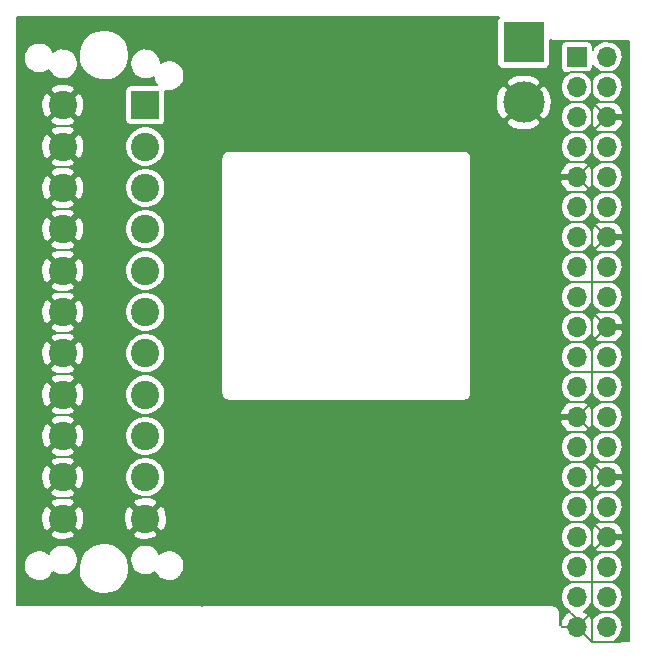
<source format=gbl>
G04 #@! TF.GenerationSoftware,KiCad,Pcbnew,(2017-11-06 revision 9df4ae65e)-makepkg*
G04 #@! TF.CreationDate,2019-02-04T19:17:37-08:00*
G04 #@! TF.ProjectId,Behavior rig board,4265686176696F722072696720626F61,rev?*
G04 #@! TF.SameCoordinates,Original*
G04 #@! TF.FileFunction,Copper,L2,Bot,Signal*
G04 #@! TF.FilePolarity,Positive*
%FSLAX46Y46*%
G04 Gerber Fmt 4.6, Leading zero omitted, Abs format (unit mm)*
G04 Created by KiCad (PCBNEW (2017-11-06 revision 9df4ae65e)-makepkg) date 02/04/19 19:17:37*
%MOMM*%
%LPD*%
G01*
G04 APERTURE LIST*
%ADD10R,2.400000X2.400000*%
%ADD11C,2.400000*%
%ADD12O,1.700000X1.700000*%
%ADD13R,1.700000X1.700000*%
%ADD14C,3.500120*%
%ADD15R,3.500120X3.500120*%
%ADD16C,0.800000*%
%ADD17C,0.200000*%
G04 APERTURE END LIST*
D10*
X163480000Y-57070000D03*
D11*
X163480000Y-60570000D03*
X163480000Y-64070000D03*
X163480000Y-67570000D03*
X163480000Y-71070000D03*
X163480000Y-74570000D03*
X163480000Y-78070000D03*
X163480000Y-81570000D03*
X163480000Y-85070000D03*
X163480000Y-88570000D03*
X163480000Y-92070000D03*
X156480000Y-57070000D03*
X156480000Y-60570000D03*
X156480000Y-64070000D03*
X156480000Y-67570000D03*
X156480000Y-71070000D03*
X156480000Y-74570000D03*
X156480000Y-78070000D03*
X156480000Y-81570000D03*
X156480000Y-85070000D03*
X156480000Y-88570000D03*
X156480000Y-92070000D03*
D12*
X202540000Y-101260000D03*
X200000000Y-101260000D03*
X202540000Y-98720000D03*
X200000000Y-98720000D03*
X202540000Y-96180000D03*
X200000000Y-96180000D03*
X202540000Y-93640000D03*
X200000000Y-93640000D03*
X202540000Y-91100000D03*
X200000000Y-91100000D03*
X202540000Y-88560000D03*
X200000000Y-88560000D03*
X202540000Y-86020000D03*
X200000000Y-86020000D03*
X202540000Y-83480000D03*
X200000000Y-83480000D03*
X202540000Y-80940000D03*
X200000000Y-80940000D03*
X202540000Y-78400000D03*
X200000000Y-78400000D03*
X202540000Y-75860000D03*
X200000000Y-75860000D03*
X202540000Y-73320000D03*
X200000000Y-73320000D03*
X202540000Y-70780000D03*
X200000000Y-70780000D03*
X202540000Y-68240000D03*
X200000000Y-68240000D03*
X202540000Y-65700000D03*
X200000000Y-65700000D03*
X202540000Y-63160000D03*
X200000000Y-63160000D03*
X202540000Y-60620000D03*
X200000000Y-60620000D03*
X202540000Y-58080000D03*
X200000000Y-58080000D03*
X202540000Y-55540000D03*
X200000000Y-55540000D03*
X202540000Y-53000000D03*
D13*
X200000000Y-53000000D03*
D14*
X195500000Y-56840000D03*
D15*
X195500000Y-51760000D03*
D16*
X171730000Y-82670000D03*
X187820000Y-57250000D03*
X182650000Y-56110000D03*
X198500000Y-96900000D03*
X196690000Y-95340000D03*
X196730000Y-93810000D03*
X198430000Y-92660000D03*
X197250000Y-91640000D03*
X198360000Y-90760000D03*
X198910000Y-79670000D03*
X198940000Y-74590000D03*
X198980000Y-69510000D03*
X171880000Y-92620000D03*
X171870000Y-87310000D03*
X171930000Y-98010000D03*
X170990000Y-56170000D03*
X166030000Y-60540000D03*
X185720000Y-49990000D03*
X174770000Y-56000000D03*
X179640000Y-56050000D03*
X178030000Y-57810000D03*
X176620000Y-49940000D03*
X179470000Y-50830000D03*
X178180000Y-52200000D03*
X195740000Y-73900000D03*
X174230000Y-59530000D03*
X180710000Y-98920000D03*
X175500000Y-98840000D03*
X169030000Y-96750000D03*
X169040000Y-91120000D03*
X167500000Y-79870000D03*
X168820000Y-83400000D03*
X160500000Y-55940000D03*
X157500000Y-52000000D03*
X162600000Y-51840000D03*
X168000000Y-52000000D03*
X166490000Y-57170000D03*
X170870000Y-53800000D03*
X170630000Y-59040000D03*
X165810000Y-69190000D03*
X168070000Y-73340000D03*
X167640000Y-65850000D03*
X169300000Y-69230000D03*
X169430000Y-76620000D03*
X169460000Y-62380000D03*
X165510000Y-94050000D03*
X175120000Y-94910000D03*
X176740000Y-90860000D03*
X175350000Y-89450000D03*
X176950000Y-96200000D03*
X168260000Y-99110000D03*
X159240000Y-99030000D03*
X163200000Y-98230000D03*
X176290000Y-92910000D03*
X176180000Y-87550000D03*
X175920000Y-85760000D03*
X203980000Y-54390000D03*
X203910000Y-51960000D03*
X198190000Y-52680000D03*
X189010000Y-50420000D03*
X191970000Y-53010000D03*
X191610000Y-55940000D03*
X189160000Y-53150000D03*
X203880000Y-97420000D03*
X204080000Y-102010000D03*
X203980000Y-72100000D03*
X189500000Y-99000000D03*
X196250000Y-98250000D03*
X184100000Y-98830000D03*
X193060000Y-96690000D03*
X193050000Y-88800000D03*
X191060000Y-92450000D03*
X188720000Y-96310000D03*
X188930000Y-89240000D03*
X192710000Y-84960000D03*
X195690000Y-80620000D03*
X195730000Y-67490000D03*
X195930000Y-60300000D03*
X176060000Y-82430000D03*
X183510000Y-82450000D03*
X188830000Y-82940000D03*
X189470000Y-60150000D03*
X186510000Y-60070000D03*
X183310000Y-60180000D03*
X179010000Y-59840000D03*
X176360000Y-60630000D03*
X184180000Y-93040000D03*
X180470000Y-93040000D03*
X182730000Y-87830000D03*
X180390000Y-87650000D03*
X177010000Y-84040000D03*
X186120000Y-54440000D03*
X183030000Y-54480000D03*
X178890000Y-54110000D03*
D17*
X153890000Y-91020000D02*
X153890000Y-92690000D01*
X154580000Y-90330000D02*
X153890000Y-91020000D01*
X157790000Y-90330000D02*
X154580000Y-90330000D01*
X158240000Y-89880000D02*
X157790000Y-90330000D01*
X158240000Y-89760000D02*
X158240000Y-89880000D01*
X158880000Y-89120000D02*
X158240000Y-89760000D01*
X158880000Y-87260000D02*
X158880000Y-89120000D01*
X158450000Y-86830000D02*
X158880000Y-87260000D01*
X154730000Y-86830000D02*
X158450000Y-86830000D01*
X153830000Y-85930000D02*
X154730000Y-86830000D01*
X153830000Y-83810000D02*
X153830000Y-85930000D01*
X154320000Y-83320000D02*
X153830000Y-83810000D01*
X158530000Y-83320000D02*
X154320000Y-83320000D01*
X159280000Y-82570000D02*
X158530000Y-83320000D01*
X159280000Y-80700000D02*
X159280000Y-82570000D01*
X158410000Y-79830000D02*
X159280000Y-80700000D01*
X154550000Y-79830000D02*
X158410000Y-79830000D01*
X153940000Y-79220000D02*
X154550000Y-79830000D01*
X153940000Y-76740000D02*
X153940000Y-79220000D01*
X154350000Y-76330000D02*
X153940000Y-76740000D01*
X155180000Y-76330000D02*
X154350000Y-76330000D01*
X157940000Y-76330000D02*
X155180000Y-76330000D01*
X158900000Y-75370000D02*
X157940000Y-76330000D01*
X158900000Y-73360000D02*
X158900000Y-75370000D01*
X158390000Y-72850000D02*
X158900000Y-73360000D01*
X155030000Y-72850000D02*
X158390000Y-72850000D01*
X154220000Y-72040000D02*
X155030000Y-72850000D01*
X154220000Y-70000000D02*
X154220000Y-72040000D01*
X154890000Y-69330000D02*
X154220000Y-70000000D01*
X158200000Y-69330000D02*
X154890000Y-69330000D01*
X159150000Y-68380000D02*
X158200000Y-69330000D01*
X159150000Y-66700000D02*
X159150000Y-68380000D01*
X158270000Y-65820000D02*
X159150000Y-66700000D01*
X155370000Y-65820000D02*
X158270000Y-65820000D01*
X154320000Y-64770000D02*
X155370000Y-65820000D01*
X154320000Y-63780000D02*
X154320000Y-64770000D01*
X154690000Y-63410000D02*
X154320000Y-63780000D01*
X154690000Y-62920000D02*
X154690000Y-63410000D01*
X155280000Y-62330000D02*
X154690000Y-62920000D01*
X157690000Y-62330000D02*
X155280000Y-62330000D01*
X158530000Y-61490000D02*
X157690000Y-62330000D01*
X158530000Y-59080000D02*
X158530000Y-61490000D01*
X158280000Y-58830000D02*
X158530000Y-59080000D01*
X155340000Y-58830000D02*
X158280000Y-58830000D01*
X155020000Y-58510000D02*
X155340000Y-58830000D01*
X154880000Y-58510000D02*
X155020000Y-58510000D01*
X155110001Y-58279999D02*
X154880000Y-58510000D01*
X156480000Y-57080000D02*
X155280001Y-58279999D01*
X155280001Y-58279999D02*
X155110001Y-58279999D01*
X201270000Y-55107998D02*
X201270000Y-54290000D01*
X201270000Y-102530000D02*
X201270000Y-57920000D01*
X201270000Y-57920000D02*
X201270000Y-56830000D01*
X201270000Y-57920000D02*
X201270000Y-55107998D01*
X201270000Y-56830000D02*
X201230000Y-56790000D01*
X198160000Y-54260000D02*
X198170000Y-54260000D01*
X198330000Y-54430000D02*
X198160000Y-54260000D01*
X199250000Y-54430000D02*
X198330000Y-54430000D01*
X199410000Y-54270000D02*
X199250000Y-54430000D01*
X203294315Y-54270000D02*
X199410000Y-54270000D01*
X203980000Y-54390000D02*
X203414315Y-54390000D01*
X203414315Y-54390000D02*
X203294315Y-54270000D01*
X203620000Y-56810000D02*
X203670000Y-56760000D01*
X201270000Y-56810000D02*
X199970000Y-56810000D01*
X199970000Y-56810000D02*
X198690000Y-56810000D01*
X199970000Y-56810000D02*
X203620000Y-56810000D01*
X201260000Y-59360000D02*
X199950000Y-59360000D01*
X199950000Y-59360000D02*
X196830000Y-59360000D01*
X199950000Y-59360000D02*
X203720000Y-59360000D01*
X198430000Y-61890000D02*
X198400000Y-61920000D01*
X201270000Y-61890000D02*
X198430000Y-61890000D01*
X198440000Y-64420000D02*
X198380000Y-64480000D01*
X201260000Y-64420000D02*
X201730000Y-64420000D01*
X201730000Y-64420000D02*
X203890000Y-64420000D01*
X201730000Y-64420000D02*
X198440000Y-64420000D01*
X203450000Y-66960000D02*
X203490000Y-66920000D01*
X201260000Y-66960000D02*
X199880000Y-66960000D01*
X199880000Y-66960000D02*
X196450000Y-66960000D01*
X199880000Y-66960000D02*
X203450000Y-66960000D01*
X203990000Y-69500000D02*
X204020000Y-69470000D01*
X201280000Y-69500000D02*
X200130000Y-69500000D01*
X200130000Y-69500000D02*
X197660000Y-69500000D01*
X200130000Y-69500000D02*
X203990000Y-69500000D01*
X198170000Y-72050000D02*
X197890000Y-72330000D01*
X203440000Y-72050000D02*
X198170000Y-72050000D01*
X203490000Y-72100000D02*
X203440000Y-72050000D01*
X203980000Y-72100000D02*
X203490000Y-72100000D01*
X203820000Y-74610000D02*
X203950000Y-74480000D01*
X201290000Y-74610000D02*
X199940000Y-74610000D01*
X199940000Y-74610000D02*
X198940000Y-74610000D01*
X199940000Y-74610000D02*
X203820000Y-74610000D01*
X203900000Y-77120000D02*
X203960000Y-77060000D01*
X201280000Y-77120000D02*
X199840000Y-77120000D01*
X199840000Y-77120000D02*
X198920000Y-77120000D01*
X199840000Y-77120000D02*
X203900000Y-77120000D01*
X203690000Y-79680000D02*
X203760000Y-79610000D01*
X199485685Y-79680000D02*
X203690000Y-79680000D01*
X198910000Y-79670000D02*
X199475685Y-79670000D01*
X199475685Y-79670000D02*
X199485685Y-79680000D01*
X198070000Y-82200000D02*
X198050000Y-82180000D01*
X201280000Y-82200000D02*
X203080000Y-82200000D01*
X203080000Y-82200000D02*
X204180000Y-82200000D01*
X203080000Y-82200000D02*
X198070000Y-82200000D01*
X198280000Y-84750000D02*
X198250000Y-84720000D01*
X201270000Y-84750000D02*
X198280000Y-84750000D01*
X203870000Y-87300000D02*
X203910000Y-87340000D01*
X201280000Y-87300000D02*
X200150000Y-87300000D01*
X200150000Y-87300000D02*
X194930000Y-87300000D01*
X200150000Y-87300000D02*
X203870000Y-87300000D01*
X203790000Y-89830000D02*
X203810000Y-89850000D01*
X201270000Y-89830000D02*
X199930000Y-89830000D01*
X199930000Y-89830000D02*
X193250000Y-89830000D01*
X199930000Y-89830000D02*
X203790000Y-89830000D01*
X203830000Y-92370000D02*
X203840000Y-92380000D01*
X201270000Y-92370000D02*
X199860000Y-92370000D01*
X199860000Y-92370000D02*
X191070000Y-92370000D01*
X199860000Y-92370000D02*
X203830000Y-92370000D01*
X203730000Y-94910000D02*
X203790000Y-94850000D01*
X199690000Y-94910000D02*
X200230000Y-94910000D01*
X200230000Y-94910000D02*
X201020000Y-94910000D01*
X200230000Y-94910000D02*
X203730000Y-94910000D01*
X201020000Y-94910000D02*
X201080000Y-94970000D01*
X201270000Y-94910000D02*
X199690000Y-94910000D01*
X199690000Y-94910000D02*
X192770000Y-94910000D01*
X198150000Y-97420000D02*
X198060000Y-97330000D01*
X203880000Y-97420000D02*
X198150000Y-97420000D01*
X203850000Y-99970000D02*
X203990000Y-99830000D01*
X201290000Y-99970000D02*
X203850000Y-99970000D01*
X200000000Y-101260000D02*
X201290000Y-99970000D01*
X204060000Y-84680000D02*
X204050000Y-84680000D01*
X203990000Y-84750000D02*
X204060000Y-84680000D01*
X201270000Y-84750000D02*
X203990000Y-84750000D01*
X200000000Y-83480000D02*
X201270000Y-84750000D01*
X200000000Y-83480000D02*
X201280000Y-82200000D01*
X203890000Y-64420000D02*
X204040000Y-64270000D01*
X200000000Y-63160000D02*
X201260000Y-64420000D01*
X204150000Y-61890000D02*
X204160000Y-61900000D01*
X201270000Y-61890000D02*
X204150000Y-61890000D01*
X200000000Y-63160000D02*
X201270000Y-61890000D01*
X197660000Y-69500000D02*
X195630000Y-67470000D01*
X202540000Y-68240000D02*
X201280000Y-69500000D01*
X196690000Y-95340000D02*
X198500000Y-96900000D01*
X196730000Y-93810000D02*
X198430000Y-92660000D01*
X197700000Y-93260000D02*
X196730000Y-93810000D01*
X198920000Y-82200000D02*
X198910000Y-82210000D01*
X198920000Y-77140000D02*
X198920000Y-77120000D01*
X198940000Y-74590000D02*
X198940000Y-74610000D01*
X198980000Y-69510000D02*
X198980000Y-69520000D01*
X170420000Y-87200000D02*
X171870000Y-87310000D01*
X171930000Y-98010000D02*
X171820000Y-97990000D01*
X185720000Y-49990000D02*
X183980000Y-50730000D01*
X174770000Y-56000000D02*
X178030000Y-57810000D01*
X176620000Y-49940000D02*
X178030000Y-52400000D01*
X196830000Y-59360000D02*
X195890000Y-60300000D01*
X202540000Y-58080000D02*
X201260000Y-59360000D01*
X198150000Y-56270000D02*
X198150000Y-54120000D01*
X198690000Y-56810000D02*
X198150000Y-56270000D01*
X202540000Y-58080000D02*
X201270000Y-56810000D01*
X196450000Y-66960000D02*
X195790000Y-67620000D01*
X202540000Y-68240000D02*
X201260000Y-66960000D01*
X195640000Y-67830000D02*
X195640000Y-67430000D01*
X197330000Y-69520000D02*
X195640000Y-67830000D01*
X198980000Y-69520000D02*
X197330000Y-69520000D01*
X196260000Y-74610000D02*
X195620000Y-73970000D01*
X198920000Y-77120000D02*
X197960000Y-77120000D01*
X195740000Y-74900000D02*
X195740000Y-73910000D01*
X197960000Y-77120000D02*
X195740000Y-74900000D01*
X195740000Y-73910000D02*
X195730000Y-73900000D01*
X198940000Y-74610000D02*
X196260000Y-74610000D01*
X202540000Y-75860000D02*
X201290000Y-74610000D01*
X202540000Y-75860000D02*
X201280000Y-77120000D01*
X193250000Y-89830000D02*
X191890000Y-88470000D01*
X202540000Y-88560000D02*
X201270000Y-89830000D01*
X194930000Y-87300000D02*
X192600000Y-84970000D01*
X202540000Y-88560000D02*
X201280000Y-87300000D01*
X192770000Y-94910000D02*
X190730000Y-92870000D01*
X202540000Y-93640000D02*
X201270000Y-94910000D01*
X191070000Y-92370000D02*
X190580000Y-92860000D01*
X202540000Y-93640000D02*
X201270000Y-92370000D01*
X158250000Y-90250000D02*
X156500000Y-88500000D01*
X165250000Y-90250000D02*
X158250000Y-90250000D01*
X166120000Y-91120000D02*
X165250000Y-90250000D01*
X169040000Y-91120000D02*
X166120000Y-91120000D01*
X172760000Y-59380000D02*
X174230000Y-59530000D01*
X203700000Y-102530000D02*
X204160000Y-102070000D01*
X201270000Y-102530000D02*
X203700000Y-102530000D01*
X201210000Y-102470000D02*
X201270000Y-102530000D01*
X200000000Y-101260000D02*
X201210000Y-102470000D01*
X198630000Y-101100000D02*
X198630000Y-100300000D01*
X198780000Y-101250000D02*
X198630000Y-101100000D01*
X199690000Y-101250000D02*
X198780000Y-101250000D01*
X199810000Y-101370000D02*
X199690000Y-101250000D01*
X200160000Y-101020000D02*
X199810000Y-101370000D01*
X200160000Y-100770000D02*
X200160000Y-101020000D01*
X198620000Y-99230000D02*
X200160000Y-100770000D01*
X197335685Y-99230000D02*
X198620000Y-99230000D01*
X196180000Y-98640000D02*
X196745685Y-98640000D01*
X196745685Y-98640000D02*
X197335685Y-99230000D01*
X169850000Y-87650000D02*
X169260000Y-86770000D01*
X168840000Y-85420000D02*
X168890000Y-85070000D01*
X169020000Y-86020000D02*
X168840000Y-85420000D01*
X169260000Y-86770000D02*
X169020000Y-86020000D01*
X170390000Y-98100000D02*
X168940000Y-96720000D01*
X170580000Y-87280000D02*
X171940000Y-87260000D01*
X169040000Y-91120000D02*
X169040000Y-91130000D01*
G36*
X193394676Y-49654676D02*
X193332194Y-49730811D01*
X193285765Y-49817673D01*
X193257175Y-49911923D01*
X193247521Y-50009940D01*
X193247521Y-53510060D01*
X193257175Y-53608077D01*
X193285765Y-53702327D01*
X193332194Y-53789189D01*
X193394676Y-53865324D01*
X193470811Y-53927806D01*
X193557673Y-53974235D01*
X193651923Y-54002825D01*
X193749940Y-54012479D01*
X197250060Y-54012479D01*
X197348077Y-54002825D01*
X197442327Y-53974235D01*
X197529189Y-53927806D01*
X197605324Y-53865324D01*
X197667806Y-53789189D01*
X197714235Y-53702327D01*
X197742825Y-53608077D01*
X197752479Y-53510060D01*
X197752479Y-51545348D01*
X197763635Y-51551481D01*
X197765639Y-51552117D01*
X197767491Y-51553118D01*
X197821413Y-51569809D01*
X197875253Y-51586889D01*
X197877346Y-51587124D01*
X197879353Y-51587745D01*
X197935413Y-51593637D01*
X197991623Y-51599942D01*
X197995668Y-51599970D01*
X197995811Y-51599985D01*
X197995954Y-51599972D01*
X198000000Y-51600000D01*
X204425000Y-51600000D01*
X204425000Y-102425000D01*
X203217336Y-102425000D01*
X203293611Y-102384444D01*
X203497788Y-102217920D01*
X203665733Y-102014910D01*
X203791047Y-101783146D01*
X203868959Y-101531455D01*
X203896499Y-101269425D01*
X203872620Y-101007035D01*
X203798230Y-100754281D01*
X203676164Y-100520790D01*
X203511070Y-100315454D01*
X203309237Y-100146097D01*
X203078354Y-100019167D01*
X202987458Y-99990333D01*
X203060977Y-99968137D01*
X203293611Y-99844444D01*
X203497788Y-99677920D01*
X203665733Y-99474910D01*
X203791047Y-99243146D01*
X203868959Y-98991455D01*
X203896499Y-98729425D01*
X203872620Y-98467035D01*
X203798230Y-98214281D01*
X203676164Y-97980790D01*
X203511070Y-97775454D01*
X203309237Y-97606097D01*
X203078354Y-97479167D01*
X202987458Y-97450333D01*
X203060977Y-97428137D01*
X203293611Y-97304444D01*
X203497788Y-97137920D01*
X203665733Y-96934910D01*
X203791047Y-96703146D01*
X203868959Y-96451455D01*
X203896499Y-96189425D01*
X203872620Y-95927035D01*
X203798230Y-95674281D01*
X203676164Y-95440790D01*
X203511070Y-95235454D01*
X203309237Y-95066097D01*
X203130685Y-94967937D01*
X203186300Y-94946935D01*
X203428852Y-94795736D01*
X203637246Y-94600122D01*
X203803473Y-94367611D01*
X203921146Y-94107139D01*
X203947903Y-94018910D01*
X203836889Y-93794000D01*
X202694000Y-93794000D01*
X202694000Y-93814000D01*
X202386000Y-93814000D01*
X202386000Y-93794000D01*
X202366000Y-93794000D01*
X202366000Y-93486000D01*
X202386000Y-93486000D01*
X202386000Y-93466000D01*
X202694000Y-93466000D01*
X202694000Y-93486000D01*
X203836889Y-93486000D01*
X203947903Y-93261090D01*
X203921146Y-93172861D01*
X203803473Y-92912389D01*
X203637246Y-92679878D01*
X203428852Y-92484264D01*
X203186300Y-92333065D01*
X203129596Y-92311652D01*
X203293611Y-92224444D01*
X203497788Y-92057920D01*
X203665733Y-91854910D01*
X203791047Y-91623146D01*
X203868959Y-91371455D01*
X203896499Y-91109425D01*
X203872620Y-90847035D01*
X203798230Y-90594281D01*
X203676164Y-90360790D01*
X203511070Y-90155454D01*
X203309237Y-89986097D01*
X203130685Y-89887937D01*
X203186300Y-89866935D01*
X203428852Y-89715736D01*
X203637246Y-89520122D01*
X203803473Y-89287611D01*
X203921146Y-89027139D01*
X203947903Y-88938910D01*
X203836889Y-88714000D01*
X202694000Y-88714000D01*
X202694000Y-88734000D01*
X202386000Y-88734000D01*
X202386000Y-88714000D01*
X202366000Y-88714000D01*
X202366000Y-88406000D01*
X202386000Y-88406000D01*
X202386000Y-88386000D01*
X202694000Y-88386000D01*
X202694000Y-88406000D01*
X203836889Y-88406000D01*
X203947903Y-88181090D01*
X203921146Y-88092861D01*
X203803473Y-87832389D01*
X203637246Y-87599878D01*
X203428852Y-87404264D01*
X203186300Y-87253065D01*
X203129596Y-87231652D01*
X203293611Y-87144444D01*
X203497788Y-86977920D01*
X203665733Y-86774910D01*
X203791047Y-86543146D01*
X203868959Y-86291455D01*
X203896499Y-86029425D01*
X203872620Y-85767035D01*
X203798230Y-85514281D01*
X203676164Y-85280790D01*
X203511070Y-85075454D01*
X203309237Y-84906097D01*
X203078354Y-84779167D01*
X202987458Y-84750333D01*
X203060977Y-84728137D01*
X203293611Y-84604444D01*
X203497788Y-84437920D01*
X203665733Y-84234910D01*
X203791047Y-84003146D01*
X203868959Y-83751455D01*
X203896499Y-83489425D01*
X203872620Y-83227035D01*
X203798230Y-82974281D01*
X203676164Y-82740790D01*
X203511070Y-82535454D01*
X203309237Y-82366097D01*
X203078354Y-82239167D01*
X202987458Y-82210333D01*
X203060977Y-82188137D01*
X203293611Y-82064444D01*
X203497788Y-81897920D01*
X203665733Y-81694910D01*
X203791047Y-81463146D01*
X203868959Y-81211455D01*
X203896499Y-80949425D01*
X203872620Y-80687035D01*
X203798230Y-80434281D01*
X203676164Y-80200790D01*
X203511070Y-79995454D01*
X203309237Y-79826097D01*
X203078354Y-79699167D01*
X202987458Y-79670333D01*
X203060977Y-79648137D01*
X203293611Y-79524444D01*
X203497788Y-79357920D01*
X203665733Y-79154910D01*
X203791047Y-78923146D01*
X203868959Y-78671455D01*
X203896499Y-78409425D01*
X203872620Y-78147035D01*
X203798230Y-77894281D01*
X203676164Y-77660790D01*
X203511070Y-77455454D01*
X203309237Y-77286097D01*
X203130685Y-77187937D01*
X203186300Y-77166935D01*
X203428852Y-77015736D01*
X203637246Y-76820122D01*
X203803473Y-76587611D01*
X203921146Y-76327139D01*
X203947903Y-76238910D01*
X203836889Y-76014000D01*
X202694000Y-76014000D01*
X202694000Y-76034000D01*
X202386000Y-76034000D01*
X202386000Y-76014000D01*
X202366000Y-76014000D01*
X202366000Y-75706000D01*
X202386000Y-75706000D01*
X202386000Y-75686000D01*
X202694000Y-75686000D01*
X202694000Y-75706000D01*
X203836889Y-75706000D01*
X203947903Y-75481090D01*
X203921146Y-75392861D01*
X203803473Y-75132389D01*
X203637246Y-74899878D01*
X203428852Y-74704264D01*
X203186300Y-74553065D01*
X203129596Y-74531652D01*
X203293611Y-74444444D01*
X203497788Y-74277920D01*
X203665733Y-74074910D01*
X203791047Y-73843146D01*
X203868959Y-73591455D01*
X203896499Y-73329425D01*
X203872620Y-73067035D01*
X203798230Y-72814281D01*
X203676164Y-72580790D01*
X203511070Y-72375454D01*
X203309237Y-72206097D01*
X203078354Y-72079167D01*
X202987458Y-72050333D01*
X203060977Y-72028137D01*
X203293611Y-71904444D01*
X203497788Y-71737920D01*
X203665733Y-71534910D01*
X203791047Y-71303146D01*
X203868959Y-71051455D01*
X203896499Y-70789425D01*
X203872620Y-70527035D01*
X203798230Y-70274281D01*
X203676164Y-70040790D01*
X203511070Y-69835454D01*
X203309237Y-69666097D01*
X203130685Y-69567937D01*
X203186300Y-69546935D01*
X203428852Y-69395736D01*
X203637246Y-69200122D01*
X203803473Y-68967611D01*
X203921146Y-68707139D01*
X203947903Y-68618910D01*
X203836889Y-68394000D01*
X202694000Y-68394000D01*
X202694000Y-68414000D01*
X202386000Y-68414000D01*
X202386000Y-68394000D01*
X202366000Y-68394000D01*
X202366000Y-68086000D01*
X202386000Y-68086000D01*
X202386000Y-68066000D01*
X202694000Y-68066000D01*
X202694000Y-68086000D01*
X203836889Y-68086000D01*
X203947903Y-67861090D01*
X203921146Y-67772861D01*
X203803473Y-67512389D01*
X203637246Y-67279878D01*
X203428852Y-67084264D01*
X203186300Y-66933065D01*
X203129596Y-66911652D01*
X203293611Y-66824444D01*
X203497788Y-66657920D01*
X203665733Y-66454910D01*
X203791047Y-66223146D01*
X203868959Y-65971455D01*
X203896499Y-65709425D01*
X203872620Y-65447035D01*
X203798230Y-65194281D01*
X203676164Y-64960790D01*
X203511070Y-64755454D01*
X203309237Y-64586097D01*
X203078354Y-64459167D01*
X202987458Y-64430333D01*
X203060977Y-64408137D01*
X203293611Y-64284444D01*
X203497788Y-64117920D01*
X203665733Y-63914910D01*
X203791047Y-63683146D01*
X203868959Y-63431455D01*
X203896499Y-63169425D01*
X203872620Y-62907035D01*
X203798230Y-62654281D01*
X203676164Y-62420790D01*
X203511070Y-62215454D01*
X203309237Y-62046097D01*
X203078354Y-61919167D01*
X202987458Y-61890333D01*
X203060977Y-61868137D01*
X203293611Y-61744444D01*
X203497788Y-61577920D01*
X203665733Y-61374910D01*
X203791047Y-61143146D01*
X203868959Y-60891455D01*
X203896499Y-60629425D01*
X203872620Y-60367035D01*
X203798230Y-60114281D01*
X203676164Y-59880790D01*
X203511070Y-59675454D01*
X203309237Y-59506097D01*
X203130685Y-59407937D01*
X203186300Y-59386935D01*
X203428852Y-59235736D01*
X203637246Y-59040122D01*
X203803473Y-58807611D01*
X203921146Y-58547139D01*
X203947903Y-58458910D01*
X203836889Y-58234000D01*
X202694000Y-58234000D01*
X202694000Y-58254000D01*
X202386000Y-58254000D01*
X202386000Y-58234000D01*
X202366000Y-58234000D01*
X202366000Y-57926000D01*
X202386000Y-57926000D01*
X202386000Y-57906000D01*
X202694000Y-57906000D01*
X202694000Y-57926000D01*
X203836889Y-57926000D01*
X203947903Y-57701090D01*
X203921146Y-57612861D01*
X203803473Y-57352389D01*
X203637246Y-57119878D01*
X203428852Y-56924264D01*
X203186300Y-56773065D01*
X203129596Y-56751652D01*
X203293611Y-56664444D01*
X203497788Y-56497920D01*
X203665733Y-56294910D01*
X203791047Y-56063146D01*
X203868959Y-55811455D01*
X203896499Y-55549425D01*
X203872620Y-55287035D01*
X203798230Y-55034281D01*
X203676164Y-54800790D01*
X203511070Y-54595454D01*
X203309237Y-54426097D01*
X203078354Y-54299167D01*
X202987458Y-54270333D01*
X203060977Y-54248137D01*
X203293611Y-54124444D01*
X203497788Y-53957920D01*
X203665733Y-53754910D01*
X203791047Y-53523146D01*
X203868959Y-53271455D01*
X203896499Y-53009425D01*
X203872620Y-52747035D01*
X203798230Y-52494281D01*
X203676164Y-52260790D01*
X203511070Y-52055454D01*
X203309237Y-51886097D01*
X203078354Y-51759167D01*
X202827213Y-51679501D01*
X202565381Y-51650132D01*
X202546532Y-51650000D01*
X202533468Y-51650000D01*
X202271252Y-51675711D01*
X202019023Y-51751863D01*
X201786389Y-51875556D01*
X201582212Y-52042080D01*
X201414267Y-52245090D01*
X201352419Y-52359476D01*
X201352419Y-52150000D01*
X201342765Y-52051983D01*
X201314175Y-51957733D01*
X201267746Y-51870871D01*
X201205264Y-51794736D01*
X201129129Y-51732254D01*
X201042267Y-51685825D01*
X200948017Y-51657235D01*
X200850000Y-51647581D01*
X199150000Y-51647581D01*
X199051983Y-51657235D01*
X198957733Y-51685825D01*
X198870871Y-51732254D01*
X198794736Y-51794736D01*
X198732254Y-51870871D01*
X198685825Y-51957733D01*
X198657235Y-52051983D01*
X198647581Y-52150000D01*
X198647581Y-53850000D01*
X198657235Y-53948017D01*
X198685825Y-54042267D01*
X198732254Y-54129129D01*
X198794736Y-54205264D01*
X198870871Y-54267746D01*
X198957733Y-54314175D01*
X199051983Y-54342765D01*
X199150000Y-54352419D01*
X199365133Y-54352419D01*
X199246389Y-54415556D01*
X199042212Y-54582080D01*
X198874267Y-54785090D01*
X198748953Y-55016854D01*
X198671041Y-55268545D01*
X198643501Y-55530575D01*
X198667380Y-55792965D01*
X198741770Y-56045719D01*
X198863836Y-56279210D01*
X199028930Y-56484546D01*
X199230763Y-56653903D01*
X199461646Y-56780833D01*
X199552542Y-56809667D01*
X199479023Y-56831863D01*
X199246389Y-56955556D01*
X199042212Y-57122080D01*
X198874267Y-57325090D01*
X198748953Y-57556854D01*
X198671041Y-57808545D01*
X198643501Y-58070575D01*
X198667380Y-58332965D01*
X198741770Y-58585719D01*
X198863836Y-58819210D01*
X199028930Y-59024546D01*
X199230763Y-59193903D01*
X199461646Y-59320833D01*
X199552542Y-59349667D01*
X199479023Y-59371863D01*
X199246389Y-59495556D01*
X199042212Y-59662080D01*
X198874267Y-59865090D01*
X198748953Y-60096854D01*
X198671041Y-60348545D01*
X198643501Y-60610575D01*
X198667380Y-60872965D01*
X198741770Y-61125719D01*
X198863836Y-61359210D01*
X199028930Y-61564546D01*
X199230763Y-61733903D01*
X199409315Y-61832063D01*
X199353700Y-61853065D01*
X199111148Y-62004264D01*
X198902754Y-62199878D01*
X198736527Y-62432389D01*
X198618854Y-62692861D01*
X198592097Y-62781090D01*
X198703111Y-63006000D01*
X199846000Y-63006000D01*
X199846000Y-62986000D01*
X200154000Y-62986000D01*
X200154000Y-63006000D01*
X200174000Y-63006000D01*
X200174000Y-63314000D01*
X200154000Y-63314000D01*
X200154000Y-63334000D01*
X199846000Y-63334000D01*
X199846000Y-63314000D01*
X198703111Y-63314000D01*
X198592097Y-63538910D01*
X198618854Y-63627139D01*
X198736527Y-63887611D01*
X198902754Y-64120122D01*
X199111148Y-64315736D01*
X199353700Y-64466935D01*
X199410404Y-64488348D01*
X199246389Y-64575556D01*
X199042212Y-64742080D01*
X198874267Y-64945090D01*
X198748953Y-65176854D01*
X198671041Y-65428545D01*
X198643501Y-65690575D01*
X198667380Y-65952965D01*
X198741770Y-66205719D01*
X198863836Y-66439210D01*
X199028930Y-66644546D01*
X199230763Y-66813903D01*
X199461646Y-66940833D01*
X199552542Y-66969667D01*
X199479023Y-66991863D01*
X199246389Y-67115556D01*
X199042212Y-67282080D01*
X198874267Y-67485090D01*
X198748953Y-67716854D01*
X198671041Y-67968545D01*
X198643501Y-68230575D01*
X198667380Y-68492965D01*
X198741770Y-68745719D01*
X198863836Y-68979210D01*
X199028930Y-69184546D01*
X199230763Y-69353903D01*
X199461646Y-69480833D01*
X199552542Y-69509667D01*
X199479023Y-69531863D01*
X199246389Y-69655556D01*
X199042212Y-69822080D01*
X198874267Y-70025090D01*
X198748953Y-70256854D01*
X198671041Y-70508545D01*
X198643501Y-70770575D01*
X198667380Y-71032965D01*
X198741770Y-71285719D01*
X198863836Y-71519210D01*
X199028930Y-71724546D01*
X199230763Y-71893903D01*
X199461646Y-72020833D01*
X199552542Y-72049667D01*
X199479023Y-72071863D01*
X199246389Y-72195556D01*
X199042212Y-72362080D01*
X198874267Y-72565090D01*
X198748953Y-72796854D01*
X198671041Y-73048545D01*
X198643501Y-73310575D01*
X198667380Y-73572965D01*
X198741770Y-73825719D01*
X198863836Y-74059210D01*
X199028930Y-74264546D01*
X199230763Y-74433903D01*
X199461646Y-74560833D01*
X199552542Y-74589667D01*
X199479023Y-74611863D01*
X199246389Y-74735556D01*
X199042212Y-74902080D01*
X198874267Y-75105090D01*
X198748953Y-75336854D01*
X198671041Y-75588545D01*
X198643501Y-75850575D01*
X198667380Y-76112965D01*
X198741770Y-76365719D01*
X198863836Y-76599210D01*
X199028930Y-76804546D01*
X199230763Y-76973903D01*
X199461646Y-77100833D01*
X199552542Y-77129667D01*
X199479023Y-77151863D01*
X199246389Y-77275556D01*
X199042212Y-77442080D01*
X198874267Y-77645090D01*
X198748953Y-77876854D01*
X198671041Y-78128545D01*
X198643501Y-78390575D01*
X198667380Y-78652965D01*
X198741770Y-78905719D01*
X198863836Y-79139210D01*
X199028930Y-79344546D01*
X199230763Y-79513903D01*
X199461646Y-79640833D01*
X199552542Y-79669667D01*
X199479023Y-79691863D01*
X199246389Y-79815556D01*
X199042212Y-79982080D01*
X198874267Y-80185090D01*
X198748953Y-80416854D01*
X198671041Y-80668545D01*
X198643501Y-80930575D01*
X198667380Y-81192965D01*
X198741770Y-81445719D01*
X198863836Y-81679210D01*
X199028930Y-81884546D01*
X199230763Y-82053903D01*
X199409315Y-82152063D01*
X199353700Y-82173065D01*
X199111148Y-82324264D01*
X198902754Y-82519878D01*
X198736527Y-82752389D01*
X198618854Y-83012861D01*
X198592097Y-83101090D01*
X198703111Y-83326000D01*
X199846000Y-83326000D01*
X199846000Y-83306000D01*
X200154000Y-83306000D01*
X200154000Y-83326000D01*
X200174000Y-83326000D01*
X200174000Y-83634000D01*
X200154000Y-83634000D01*
X200154000Y-83654000D01*
X199846000Y-83654000D01*
X199846000Y-83634000D01*
X198703111Y-83634000D01*
X198592097Y-83858910D01*
X198618854Y-83947139D01*
X198736527Y-84207611D01*
X198902754Y-84440122D01*
X199111148Y-84635736D01*
X199353700Y-84786935D01*
X199410404Y-84808348D01*
X199246389Y-84895556D01*
X199042212Y-85062080D01*
X198874267Y-85265090D01*
X198748953Y-85496854D01*
X198671041Y-85748545D01*
X198643501Y-86010575D01*
X198667380Y-86272965D01*
X198741770Y-86525719D01*
X198863836Y-86759210D01*
X199028930Y-86964546D01*
X199230763Y-87133903D01*
X199461646Y-87260833D01*
X199552542Y-87289667D01*
X199479023Y-87311863D01*
X199246389Y-87435556D01*
X199042212Y-87602080D01*
X198874267Y-87805090D01*
X198748953Y-88036854D01*
X198671041Y-88288545D01*
X198643501Y-88550575D01*
X198667380Y-88812965D01*
X198741770Y-89065719D01*
X198863836Y-89299210D01*
X199028930Y-89504546D01*
X199230763Y-89673903D01*
X199461646Y-89800833D01*
X199552542Y-89829667D01*
X199479023Y-89851863D01*
X199246389Y-89975556D01*
X199042212Y-90142080D01*
X198874267Y-90345090D01*
X198748953Y-90576854D01*
X198671041Y-90828545D01*
X198643501Y-91090575D01*
X198667380Y-91352965D01*
X198741770Y-91605719D01*
X198863836Y-91839210D01*
X199028930Y-92044546D01*
X199230763Y-92213903D01*
X199461646Y-92340833D01*
X199552542Y-92369667D01*
X199479023Y-92391863D01*
X199246389Y-92515556D01*
X199042212Y-92682080D01*
X198874267Y-92885090D01*
X198748953Y-93116854D01*
X198671041Y-93368545D01*
X198643501Y-93630575D01*
X198667380Y-93892965D01*
X198741770Y-94145719D01*
X198863836Y-94379210D01*
X199028930Y-94584546D01*
X199230763Y-94753903D01*
X199461646Y-94880833D01*
X199552542Y-94909667D01*
X199479023Y-94931863D01*
X199246389Y-95055556D01*
X199042212Y-95222080D01*
X198874267Y-95425090D01*
X198748953Y-95656854D01*
X198671041Y-95908545D01*
X198643501Y-96170575D01*
X198667380Y-96432965D01*
X198741770Y-96685719D01*
X198863836Y-96919210D01*
X199028930Y-97124546D01*
X199230763Y-97293903D01*
X199461646Y-97420833D01*
X199552542Y-97449667D01*
X199479023Y-97471863D01*
X199246389Y-97595556D01*
X199042212Y-97762080D01*
X198874267Y-97965090D01*
X198748953Y-98196854D01*
X198671041Y-98448545D01*
X198643501Y-98710575D01*
X198667380Y-98972965D01*
X198741770Y-99225719D01*
X198863836Y-99459210D01*
X199028930Y-99664546D01*
X199230763Y-99833903D01*
X199409315Y-99932063D01*
X199353700Y-99953065D01*
X199111148Y-100104264D01*
X198902754Y-100299878D01*
X198736527Y-100532389D01*
X198618854Y-100792861D01*
X198592097Y-100881090D01*
X198703110Y-101105998D01*
X198575000Y-101105998D01*
X198575000Y-100000000D01*
X198569720Y-99946147D01*
X198564815Y-99892256D01*
X198564246Y-99890322D01*
X198564049Y-99888315D01*
X198548416Y-99836537D01*
X198533131Y-99784601D01*
X198532196Y-99782812D01*
X198531614Y-99780885D01*
X198506209Y-99733105D01*
X198481139Y-99685151D01*
X198479878Y-99683582D01*
X198478930Y-99681800D01*
X198444703Y-99639833D01*
X198410822Y-99597694D01*
X198409278Y-99596399D01*
X198408003Y-99594835D01*
X198366259Y-99560301D01*
X198324856Y-99525560D01*
X198323092Y-99524590D01*
X198321536Y-99523303D01*
X198273949Y-99497573D01*
X198226517Y-99471497D01*
X198224591Y-99470886D01*
X198222821Y-99469929D01*
X198171165Y-99453938D01*
X198119549Y-99437565D01*
X198117547Y-99437340D01*
X198115620Y-99436744D01*
X198061795Y-99431087D01*
X198008028Y-99425056D01*
X198004157Y-99425029D01*
X198004014Y-99425014D01*
X198003871Y-99425027D01*
X198000000Y-99425000D01*
X152575000Y-99425000D01*
X152575000Y-96179308D01*
X153178291Y-96179308D01*
X153224313Y-96430062D01*
X153318164Y-96667102D01*
X153456269Y-96881399D01*
X153633367Y-97064790D01*
X153842714Y-97210289D01*
X154076334Y-97312356D01*
X154325330Y-97367101D01*
X154580217Y-97372440D01*
X154831287Y-97328170D01*
X155068977Y-97235976D01*
X155284232Y-97099371D01*
X155468855Y-96923557D01*
X155615813Y-96715231D01*
X155671113Y-96591024D01*
X155842714Y-96710289D01*
X156076334Y-96812356D01*
X156325330Y-96867101D01*
X156580217Y-96872440D01*
X156831287Y-96828170D01*
X157068977Y-96735976D01*
X157284232Y-96599371D01*
X157387764Y-96500778D01*
X157827174Y-96500778D01*
X157903287Y-96915488D01*
X158058502Y-97307516D01*
X158286906Y-97661930D01*
X158579800Y-97965230D01*
X158926027Y-98205863D01*
X159312399Y-98374665D01*
X159724200Y-98465206D01*
X160145744Y-98474036D01*
X160560975Y-98400819D01*
X160954077Y-98248345D01*
X161310077Y-98022421D01*
X161615414Y-97731652D01*
X161858459Y-97387113D01*
X162029955Y-97001929D01*
X162123368Y-96590770D01*
X162130092Y-96109182D01*
X162048196Y-95695575D01*
X162041492Y-95679308D01*
X162178291Y-95679308D01*
X162224313Y-95930062D01*
X162318164Y-96167102D01*
X162456269Y-96381399D01*
X162633367Y-96564790D01*
X162842714Y-96710289D01*
X163076334Y-96812356D01*
X163325330Y-96867101D01*
X163580217Y-96872440D01*
X163831287Y-96828170D01*
X164068977Y-96735976D01*
X164284232Y-96599371D01*
X164289399Y-96594450D01*
X164318164Y-96667102D01*
X164456269Y-96881399D01*
X164633367Y-97064790D01*
X164842714Y-97210289D01*
X165076334Y-97312356D01*
X165325330Y-97367101D01*
X165580217Y-97372440D01*
X165831287Y-97328170D01*
X166068977Y-97235976D01*
X166284232Y-97099371D01*
X166468855Y-96923557D01*
X166615813Y-96715231D01*
X166719507Y-96482329D01*
X166775990Y-96233722D01*
X166780056Y-95942528D01*
X166730537Y-95692441D01*
X166633386Y-95456734D01*
X166492302Y-95244386D01*
X166312661Y-95063486D01*
X166101303Y-94920924D01*
X165866280Y-94822129D01*
X165616544Y-94770866D01*
X165361608Y-94769086D01*
X165111180Y-94816858D01*
X164874801Y-94912361D01*
X164670264Y-95046207D01*
X164633386Y-94956734D01*
X164492302Y-94744386D01*
X164312661Y-94563486D01*
X164101303Y-94420924D01*
X163866280Y-94322129D01*
X163616544Y-94270866D01*
X163361608Y-94269086D01*
X163111180Y-94316858D01*
X162874801Y-94412361D01*
X162661474Y-94551959D01*
X162479324Y-94730333D01*
X162335289Y-94940690D01*
X162234857Y-95175017D01*
X162181851Y-95424389D01*
X162178291Y-95679308D01*
X162041492Y-95679308D01*
X161887523Y-95305752D01*
X161654192Y-94954562D01*
X161357093Y-94655381D01*
X161007540Y-94419605D01*
X160618849Y-94256214D01*
X160205824Y-94171432D01*
X159784197Y-94168488D01*
X159370029Y-94247495D01*
X158979094Y-94405443D01*
X158626283Y-94636316D01*
X158325035Y-94931320D01*
X158086824Y-95279218D01*
X157920724Y-95666759D01*
X157833061Y-96079182D01*
X157827174Y-96500778D01*
X157387764Y-96500778D01*
X157468855Y-96423557D01*
X157615813Y-96215231D01*
X157719507Y-95982329D01*
X157775990Y-95733722D01*
X157780056Y-95442528D01*
X157730537Y-95192441D01*
X157633386Y-94956734D01*
X157492302Y-94744386D01*
X157312661Y-94563486D01*
X157101303Y-94420924D01*
X156866280Y-94322129D01*
X156616544Y-94270866D01*
X156361608Y-94269086D01*
X156111180Y-94316858D01*
X155874801Y-94412361D01*
X155661474Y-94551959D01*
X155479324Y-94730333D01*
X155335289Y-94940690D01*
X155289387Y-95047788D01*
X155101303Y-94920924D01*
X154866280Y-94822129D01*
X154616544Y-94770866D01*
X154361608Y-94769086D01*
X154111180Y-94816858D01*
X153874801Y-94912361D01*
X153661474Y-95051959D01*
X153479324Y-95230333D01*
X153335289Y-95440690D01*
X153234857Y-95675017D01*
X153181851Y-95924389D01*
X153178291Y-96179308D01*
X152575000Y-96179308D01*
X152575000Y-93351002D01*
X155416787Y-93351002D01*
X155540575Y-93625008D01*
X155861993Y-93778403D01*
X156207160Y-93866143D01*
X156562813Y-93884860D01*
X156915283Y-93833832D01*
X157251026Y-93715021D01*
X157419425Y-93625008D01*
X157543213Y-93351002D01*
X162416787Y-93351002D01*
X162540575Y-93625008D01*
X162861993Y-93778403D01*
X163207160Y-93866143D01*
X163562813Y-93884860D01*
X163915283Y-93833832D01*
X164251026Y-93715021D01*
X164419425Y-93625008D01*
X164543213Y-93351002D01*
X163480000Y-92287789D01*
X162416787Y-93351002D01*
X157543213Y-93351002D01*
X156480000Y-92287789D01*
X155416787Y-93351002D01*
X152575000Y-93351002D01*
X152575000Y-92152813D01*
X154665140Y-92152813D01*
X154716168Y-92505283D01*
X154834979Y-92841026D01*
X154924992Y-93009425D01*
X155198998Y-93133213D01*
X156262211Y-92070000D01*
X156697789Y-92070000D01*
X157761002Y-93133213D01*
X158035008Y-93009425D01*
X158188403Y-92688007D01*
X158276143Y-92342840D01*
X158286143Y-92152813D01*
X161665140Y-92152813D01*
X161716168Y-92505283D01*
X161834979Y-92841026D01*
X161924992Y-93009425D01*
X162198998Y-93133213D01*
X163262211Y-92070000D01*
X163697789Y-92070000D01*
X164761002Y-93133213D01*
X165035008Y-93009425D01*
X165188403Y-92688007D01*
X165276143Y-92342840D01*
X165294860Y-91987187D01*
X165243832Y-91634717D01*
X165125021Y-91298974D01*
X165035008Y-91130575D01*
X164761002Y-91006787D01*
X163697789Y-92070000D01*
X163262211Y-92070000D01*
X162198998Y-91006787D01*
X161924992Y-91130575D01*
X161771597Y-91451993D01*
X161683857Y-91797160D01*
X161665140Y-92152813D01*
X158286143Y-92152813D01*
X158294860Y-91987187D01*
X158243832Y-91634717D01*
X158125021Y-91298974D01*
X158035008Y-91130575D01*
X157761002Y-91006787D01*
X156697789Y-92070000D01*
X156262211Y-92070000D01*
X155198998Y-91006787D01*
X154924992Y-91130575D01*
X154771597Y-91451993D01*
X154683857Y-91797160D01*
X154665140Y-92152813D01*
X152575000Y-92152813D01*
X152575000Y-89851002D01*
X155416787Y-89851002D01*
X155540575Y-90125008D01*
X155861993Y-90278403D01*
X156013992Y-90317041D01*
X155708974Y-90424979D01*
X155540575Y-90514992D01*
X155416787Y-90788998D01*
X156480000Y-91852211D01*
X157543213Y-90788998D01*
X157419425Y-90514992D01*
X157098007Y-90361597D01*
X156946008Y-90322959D01*
X157251026Y-90215021D01*
X157419425Y-90125008D01*
X157543213Y-89851002D01*
X156480000Y-88787789D01*
X155416787Y-89851002D01*
X152575000Y-89851002D01*
X152575000Y-88652813D01*
X154665140Y-88652813D01*
X154716168Y-89005283D01*
X154834979Y-89341026D01*
X154924992Y-89509425D01*
X155198998Y-89633213D01*
X156262211Y-88570000D01*
X156697789Y-88570000D01*
X157761002Y-89633213D01*
X158035008Y-89509425D01*
X158188403Y-89188007D01*
X158276143Y-88842840D01*
X158282979Y-88712941D01*
X161777765Y-88712941D01*
X161837948Y-89040851D01*
X161960676Y-89350827D01*
X162141274Y-89631061D01*
X162372865Y-89870880D01*
X162646625Y-90061148D01*
X162952129Y-90194619D01*
X163277739Y-90266209D01*
X163315295Y-90266996D01*
X163044717Y-90306168D01*
X162708974Y-90424979D01*
X162540575Y-90514992D01*
X162416787Y-90788998D01*
X163480000Y-91852211D01*
X164543213Y-90788998D01*
X164419425Y-90514992D01*
X164098007Y-90361597D01*
X163752840Y-90273857D01*
X163640735Y-90267957D01*
X163939376Y-90215299D01*
X164250201Y-90094738D01*
X164531689Y-89916100D01*
X164773119Y-89686190D01*
X164965294Y-89413764D01*
X165100895Y-89109200D01*
X165174756Y-88784097D01*
X165180073Y-88403306D01*
X165115318Y-88076268D01*
X164988274Y-87768036D01*
X164803780Y-87490351D01*
X164568864Y-87253789D01*
X164292474Y-87067361D01*
X163985136Y-86938169D01*
X163658558Y-86871132D01*
X163325179Y-86868804D01*
X162997697Y-86931275D01*
X162688586Y-87056164D01*
X162409619Y-87238715D01*
X162171423Y-87471973D01*
X161983070Y-87747056D01*
X161851735Y-88053484D01*
X161782420Y-88379586D01*
X161777765Y-88712941D01*
X158282979Y-88712941D01*
X158294860Y-88487187D01*
X158243832Y-88134717D01*
X158125021Y-87798974D01*
X158035008Y-87630575D01*
X157761002Y-87506787D01*
X156697789Y-88570000D01*
X156262211Y-88570000D01*
X155198998Y-87506787D01*
X154924992Y-87630575D01*
X154771597Y-87951993D01*
X154683857Y-88297160D01*
X154665140Y-88652813D01*
X152575000Y-88652813D01*
X152575000Y-86351002D01*
X155416787Y-86351002D01*
X155540575Y-86625008D01*
X155861993Y-86778403D01*
X156013992Y-86817041D01*
X155708974Y-86924979D01*
X155540575Y-87014992D01*
X155416787Y-87288998D01*
X156480000Y-88352211D01*
X157543213Y-87288998D01*
X157419425Y-87014992D01*
X157098007Y-86861597D01*
X156946008Y-86822959D01*
X157251026Y-86715021D01*
X157419425Y-86625008D01*
X157543213Y-86351002D01*
X156480000Y-85287789D01*
X155416787Y-86351002D01*
X152575000Y-86351002D01*
X152575000Y-85152813D01*
X154665140Y-85152813D01*
X154716168Y-85505283D01*
X154834979Y-85841026D01*
X154924992Y-86009425D01*
X155198998Y-86133213D01*
X156262211Y-85070000D01*
X156697789Y-85070000D01*
X157761002Y-86133213D01*
X158035008Y-86009425D01*
X158188403Y-85688007D01*
X158276143Y-85342840D01*
X158282979Y-85212941D01*
X161777765Y-85212941D01*
X161837948Y-85540851D01*
X161960676Y-85850827D01*
X162141274Y-86131061D01*
X162372865Y-86370880D01*
X162646625Y-86561148D01*
X162952129Y-86694619D01*
X163277739Y-86766209D01*
X163611053Y-86773191D01*
X163939376Y-86715299D01*
X164250201Y-86594738D01*
X164531689Y-86416100D01*
X164773119Y-86186190D01*
X164965294Y-85913764D01*
X165100895Y-85609200D01*
X165174756Y-85284097D01*
X165180073Y-84903306D01*
X165115318Y-84576268D01*
X164988274Y-84268036D01*
X164803780Y-83990351D01*
X164568864Y-83753789D01*
X164292474Y-83567361D01*
X163985136Y-83438169D01*
X163658558Y-83371132D01*
X163325179Y-83368804D01*
X162997697Y-83431275D01*
X162688586Y-83556164D01*
X162409619Y-83738715D01*
X162171423Y-83971973D01*
X161983070Y-84247056D01*
X161851735Y-84553484D01*
X161782420Y-84879586D01*
X161777765Y-85212941D01*
X158282979Y-85212941D01*
X158294860Y-84987187D01*
X158243832Y-84634717D01*
X158125021Y-84298974D01*
X158035008Y-84130575D01*
X157761002Y-84006787D01*
X156697789Y-85070000D01*
X156262211Y-85070000D01*
X155198998Y-84006787D01*
X154924992Y-84130575D01*
X154771597Y-84451993D01*
X154683857Y-84797160D01*
X154665140Y-85152813D01*
X152575000Y-85152813D01*
X152575000Y-82851002D01*
X155416787Y-82851002D01*
X155540575Y-83125008D01*
X155861993Y-83278403D01*
X156013992Y-83317041D01*
X155708974Y-83424979D01*
X155540575Y-83514992D01*
X155416787Y-83788998D01*
X156480000Y-84852211D01*
X157543213Y-83788998D01*
X157419425Y-83514992D01*
X157098007Y-83361597D01*
X156946008Y-83322959D01*
X157251026Y-83215021D01*
X157419425Y-83125008D01*
X157543213Y-82851002D01*
X156480000Y-81787789D01*
X155416787Y-82851002D01*
X152575000Y-82851002D01*
X152575000Y-81652813D01*
X154665140Y-81652813D01*
X154716168Y-82005283D01*
X154834979Y-82341026D01*
X154924992Y-82509425D01*
X155198998Y-82633213D01*
X156262211Y-81570000D01*
X156697789Y-81570000D01*
X157761002Y-82633213D01*
X158035008Y-82509425D01*
X158188403Y-82188007D01*
X158276143Y-81842840D01*
X158282979Y-81712941D01*
X161777765Y-81712941D01*
X161837948Y-82040851D01*
X161960676Y-82350827D01*
X162141274Y-82631061D01*
X162372865Y-82870880D01*
X162646625Y-83061148D01*
X162952129Y-83194619D01*
X163277739Y-83266209D01*
X163611053Y-83273191D01*
X163939376Y-83215299D01*
X164250201Y-83094738D01*
X164531689Y-82916100D01*
X164773119Y-82686190D01*
X164965294Y-82413764D01*
X165100895Y-82109200D01*
X165174756Y-81784097D01*
X165180073Y-81403306D01*
X165115318Y-81076268D01*
X164988274Y-80768036D01*
X164803780Y-80490351D01*
X164568864Y-80253789D01*
X164292474Y-80067361D01*
X163985136Y-79938169D01*
X163658558Y-79871132D01*
X163325179Y-79868804D01*
X162997697Y-79931275D01*
X162688586Y-80056164D01*
X162409619Y-80238715D01*
X162171423Y-80471973D01*
X161983070Y-80747056D01*
X161851735Y-81053484D01*
X161782420Y-81379586D01*
X161777765Y-81712941D01*
X158282979Y-81712941D01*
X158294860Y-81487187D01*
X158243832Y-81134717D01*
X158125021Y-80798974D01*
X158035008Y-80630575D01*
X157761002Y-80506787D01*
X156697789Y-81570000D01*
X156262211Y-81570000D01*
X155198998Y-80506787D01*
X154924992Y-80630575D01*
X154771597Y-80951993D01*
X154683857Y-81297160D01*
X154665140Y-81652813D01*
X152575000Y-81652813D01*
X152575000Y-79351002D01*
X155416787Y-79351002D01*
X155540575Y-79625008D01*
X155861993Y-79778403D01*
X156013992Y-79817041D01*
X155708974Y-79924979D01*
X155540575Y-80014992D01*
X155416787Y-80288998D01*
X156480000Y-81352211D01*
X157543213Y-80288998D01*
X157419425Y-80014992D01*
X157098007Y-79861597D01*
X156946008Y-79822959D01*
X157251026Y-79715021D01*
X157419425Y-79625008D01*
X157543213Y-79351002D01*
X156480000Y-78287789D01*
X155416787Y-79351002D01*
X152575000Y-79351002D01*
X152575000Y-78152813D01*
X154665140Y-78152813D01*
X154716168Y-78505283D01*
X154834979Y-78841026D01*
X154924992Y-79009425D01*
X155198998Y-79133213D01*
X156262211Y-78070000D01*
X156697789Y-78070000D01*
X157761002Y-79133213D01*
X158035008Y-79009425D01*
X158188403Y-78688007D01*
X158276143Y-78342840D01*
X158282979Y-78212941D01*
X161777765Y-78212941D01*
X161837948Y-78540851D01*
X161960676Y-78850827D01*
X162141274Y-79131061D01*
X162372865Y-79370880D01*
X162646625Y-79561148D01*
X162952129Y-79694619D01*
X163277739Y-79766209D01*
X163611053Y-79773191D01*
X163939376Y-79715299D01*
X164250201Y-79594738D01*
X164531689Y-79416100D01*
X164773119Y-79186190D01*
X164965294Y-78913764D01*
X165100895Y-78609200D01*
X165174756Y-78284097D01*
X165180073Y-77903306D01*
X165115318Y-77576268D01*
X164988274Y-77268036D01*
X164803780Y-76990351D01*
X164568864Y-76753789D01*
X164292474Y-76567361D01*
X163985136Y-76438169D01*
X163658558Y-76371132D01*
X163325179Y-76368804D01*
X162997697Y-76431275D01*
X162688586Y-76556164D01*
X162409619Y-76738715D01*
X162171423Y-76971973D01*
X161983070Y-77247056D01*
X161851735Y-77553484D01*
X161782420Y-77879586D01*
X161777765Y-78212941D01*
X158282979Y-78212941D01*
X158294860Y-77987187D01*
X158243832Y-77634717D01*
X158125021Y-77298974D01*
X158035008Y-77130575D01*
X157761002Y-77006787D01*
X156697789Y-78070000D01*
X156262211Y-78070000D01*
X155198998Y-77006787D01*
X154924992Y-77130575D01*
X154771597Y-77451993D01*
X154683857Y-77797160D01*
X154665140Y-78152813D01*
X152575000Y-78152813D01*
X152575000Y-75851002D01*
X155416787Y-75851002D01*
X155540575Y-76125008D01*
X155861993Y-76278403D01*
X156013992Y-76317041D01*
X155708974Y-76424979D01*
X155540575Y-76514992D01*
X155416787Y-76788998D01*
X156480000Y-77852211D01*
X157543213Y-76788998D01*
X157419425Y-76514992D01*
X157098007Y-76361597D01*
X156946008Y-76322959D01*
X157251026Y-76215021D01*
X157419425Y-76125008D01*
X157543213Y-75851002D01*
X156480000Y-74787789D01*
X155416787Y-75851002D01*
X152575000Y-75851002D01*
X152575000Y-74652813D01*
X154665140Y-74652813D01*
X154716168Y-75005283D01*
X154834979Y-75341026D01*
X154924992Y-75509425D01*
X155198998Y-75633213D01*
X156262211Y-74570000D01*
X156697789Y-74570000D01*
X157761002Y-75633213D01*
X158035008Y-75509425D01*
X158188403Y-75188007D01*
X158276143Y-74842840D01*
X158282979Y-74712941D01*
X161777765Y-74712941D01*
X161837948Y-75040851D01*
X161960676Y-75350827D01*
X162141274Y-75631061D01*
X162372865Y-75870880D01*
X162646625Y-76061148D01*
X162952129Y-76194619D01*
X163277739Y-76266209D01*
X163611053Y-76273191D01*
X163939376Y-76215299D01*
X164250201Y-76094738D01*
X164531689Y-75916100D01*
X164773119Y-75686190D01*
X164965294Y-75413764D01*
X165100895Y-75109200D01*
X165174756Y-74784097D01*
X165180073Y-74403306D01*
X165115318Y-74076268D01*
X164988274Y-73768036D01*
X164803780Y-73490351D01*
X164568864Y-73253789D01*
X164292474Y-73067361D01*
X163985136Y-72938169D01*
X163658558Y-72871132D01*
X163325179Y-72868804D01*
X162997697Y-72931275D01*
X162688586Y-73056164D01*
X162409619Y-73238715D01*
X162171423Y-73471973D01*
X161983070Y-73747056D01*
X161851735Y-74053484D01*
X161782420Y-74379586D01*
X161777765Y-74712941D01*
X158282979Y-74712941D01*
X158294860Y-74487187D01*
X158243832Y-74134717D01*
X158125021Y-73798974D01*
X158035008Y-73630575D01*
X157761002Y-73506787D01*
X156697789Y-74570000D01*
X156262211Y-74570000D01*
X155198998Y-73506787D01*
X154924992Y-73630575D01*
X154771597Y-73951993D01*
X154683857Y-74297160D01*
X154665140Y-74652813D01*
X152575000Y-74652813D01*
X152575000Y-72351002D01*
X155416787Y-72351002D01*
X155540575Y-72625008D01*
X155861993Y-72778403D01*
X156013992Y-72817041D01*
X155708974Y-72924979D01*
X155540575Y-73014992D01*
X155416787Y-73288998D01*
X156480000Y-74352211D01*
X157543213Y-73288998D01*
X157419425Y-73014992D01*
X157098007Y-72861597D01*
X156946008Y-72822959D01*
X157251026Y-72715021D01*
X157419425Y-72625008D01*
X157543213Y-72351002D01*
X156480000Y-71287789D01*
X155416787Y-72351002D01*
X152575000Y-72351002D01*
X152575000Y-71152813D01*
X154665140Y-71152813D01*
X154716168Y-71505283D01*
X154834979Y-71841026D01*
X154924992Y-72009425D01*
X155198998Y-72133213D01*
X156262211Y-71070000D01*
X156697789Y-71070000D01*
X157761002Y-72133213D01*
X158035008Y-72009425D01*
X158188403Y-71688007D01*
X158276143Y-71342840D01*
X158282979Y-71212941D01*
X161777765Y-71212941D01*
X161837948Y-71540851D01*
X161960676Y-71850827D01*
X162141274Y-72131061D01*
X162372865Y-72370880D01*
X162646625Y-72561148D01*
X162952129Y-72694619D01*
X163277739Y-72766209D01*
X163611053Y-72773191D01*
X163939376Y-72715299D01*
X164250201Y-72594738D01*
X164531689Y-72416100D01*
X164773119Y-72186190D01*
X164965294Y-71913764D01*
X165100895Y-71609200D01*
X165174756Y-71284097D01*
X165180073Y-70903306D01*
X165115318Y-70576268D01*
X164988274Y-70268036D01*
X164803780Y-69990351D01*
X164568864Y-69753789D01*
X164292474Y-69567361D01*
X163985136Y-69438169D01*
X163658558Y-69371132D01*
X163325179Y-69368804D01*
X162997697Y-69431275D01*
X162688586Y-69556164D01*
X162409619Y-69738715D01*
X162171423Y-69971973D01*
X161983070Y-70247056D01*
X161851735Y-70553484D01*
X161782420Y-70879586D01*
X161777765Y-71212941D01*
X158282979Y-71212941D01*
X158294860Y-70987187D01*
X158243832Y-70634717D01*
X158125021Y-70298974D01*
X158035008Y-70130575D01*
X157761002Y-70006787D01*
X156697789Y-71070000D01*
X156262211Y-71070000D01*
X155198998Y-70006787D01*
X154924992Y-70130575D01*
X154771597Y-70451993D01*
X154683857Y-70797160D01*
X154665140Y-71152813D01*
X152575000Y-71152813D01*
X152575000Y-68851002D01*
X155416787Y-68851002D01*
X155540575Y-69125008D01*
X155861993Y-69278403D01*
X156013992Y-69317041D01*
X155708974Y-69424979D01*
X155540575Y-69514992D01*
X155416787Y-69788998D01*
X156480000Y-70852211D01*
X157543213Y-69788998D01*
X157419425Y-69514992D01*
X157098007Y-69361597D01*
X156946008Y-69322959D01*
X157251026Y-69215021D01*
X157419425Y-69125008D01*
X157543213Y-68851002D01*
X156480000Y-67787789D01*
X155416787Y-68851002D01*
X152575000Y-68851002D01*
X152575000Y-67652813D01*
X154665140Y-67652813D01*
X154716168Y-68005283D01*
X154834979Y-68341026D01*
X154924992Y-68509425D01*
X155198998Y-68633213D01*
X156262211Y-67570000D01*
X156697789Y-67570000D01*
X157761002Y-68633213D01*
X158035008Y-68509425D01*
X158188403Y-68188007D01*
X158276143Y-67842840D01*
X158282979Y-67712941D01*
X161777765Y-67712941D01*
X161837948Y-68040851D01*
X161960676Y-68350827D01*
X162141274Y-68631061D01*
X162372865Y-68870880D01*
X162646625Y-69061148D01*
X162952129Y-69194619D01*
X163277739Y-69266209D01*
X163611053Y-69273191D01*
X163939376Y-69215299D01*
X164250201Y-69094738D01*
X164531689Y-68916100D01*
X164773119Y-68686190D01*
X164965294Y-68413764D01*
X165100895Y-68109200D01*
X165174756Y-67784097D01*
X165180073Y-67403306D01*
X165115318Y-67076268D01*
X164988274Y-66768036D01*
X164803780Y-66490351D01*
X164568864Y-66253789D01*
X164292474Y-66067361D01*
X163985136Y-65938169D01*
X163658558Y-65871132D01*
X163325179Y-65868804D01*
X162997697Y-65931275D01*
X162688586Y-66056164D01*
X162409619Y-66238715D01*
X162171423Y-66471973D01*
X161983070Y-66747056D01*
X161851735Y-67053484D01*
X161782420Y-67379586D01*
X161777765Y-67712941D01*
X158282979Y-67712941D01*
X158294860Y-67487187D01*
X158243832Y-67134717D01*
X158125021Y-66798974D01*
X158035008Y-66630575D01*
X157761002Y-66506787D01*
X156697789Y-67570000D01*
X156262211Y-67570000D01*
X155198998Y-66506787D01*
X154924992Y-66630575D01*
X154771597Y-66951993D01*
X154683857Y-67297160D01*
X154665140Y-67652813D01*
X152575000Y-67652813D01*
X152575000Y-65351002D01*
X155416787Y-65351002D01*
X155540575Y-65625008D01*
X155861993Y-65778403D01*
X156013992Y-65817041D01*
X155708974Y-65924979D01*
X155540575Y-66014992D01*
X155416787Y-66288998D01*
X156480000Y-67352211D01*
X157543213Y-66288998D01*
X157419425Y-66014992D01*
X157098007Y-65861597D01*
X156946008Y-65822959D01*
X157251026Y-65715021D01*
X157419425Y-65625008D01*
X157543213Y-65351002D01*
X156480000Y-64287789D01*
X155416787Y-65351002D01*
X152575000Y-65351002D01*
X152575000Y-64152813D01*
X154665140Y-64152813D01*
X154716168Y-64505283D01*
X154834979Y-64841026D01*
X154924992Y-65009425D01*
X155198998Y-65133213D01*
X156262211Y-64070000D01*
X156697789Y-64070000D01*
X157761002Y-65133213D01*
X158035008Y-65009425D01*
X158188403Y-64688007D01*
X158276143Y-64342840D01*
X158282979Y-64212941D01*
X161777765Y-64212941D01*
X161837948Y-64540851D01*
X161960676Y-64850827D01*
X162141274Y-65131061D01*
X162372865Y-65370880D01*
X162646625Y-65561148D01*
X162952129Y-65694619D01*
X163277739Y-65766209D01*
X163611053Y-65773191D01*
X163939376Y-65715299D01*
X164250201Y-65594738D01*
X164531689Y-65416100D01*
X164773119Y-65186190D01*
X164965294Y-64913764D01*
X165100895Y-64609200D01*
X165174756Y-64284097D01*
X165180073Y-63903306D01*
X165115318Y-63576268D01*
X164988274Y-63268036D01*
X164803780Y-62990351D01*
X164568864Y-62753789D01*
X164292474Y-62567361D01*
X163985136Y-62438169D01*
X163658558Y-62371132D01*
X163325179Y-62368804D01*
X162997697Y-62431275D01*
X162688586Y-62556164D01*
X162409619Y-62738715D01*
X162171423Y-62971973D01*
X161983070Y-63247056D01*
X161851735Y-63553484D01*
X161782420Y-63879586D01*
X161777765Y-64212941D01*
X158282979Y-64212941D01*
X158294860Y-63987187D01*
X158243832Y-63634717D01*
X158125021Y-63298974D01*
X158035008Y-63130575D01*
X157761002Y-63006787D01*
X156697789Y-64070000D01*
X156262211Y-64070000D01*
X155198998Y-63006787D01*
X154924992Y-63130575D01*
X154771597Y-63451993D01*
X154683857Y-63797160D01*
X154665140Y-64152813D01*
X152575000Y-64152813D01*
X152575000Y-61851002D01*
X155416787Y-61851002D01*
X155540575Y-62125008D01*
X155861993Y-62278403D01*
X156013992Y-62317041D01*
X155708974Y-62424979D01*
X155540575Y-62514992D01*
X155416787Y-62788998D01*
X156480000Y-63852211D01*
X157543213Y-62788998D01*
X157419425Y-62514992D01*
X157098007Y-62361597D01*
X156946008Y-62322959D01*
X157251026Y-62215021D01*
X157419425Y-62125008D01*
X157543213Y-61851002D01*
X156480000Y-60787789D01*
X155416787Y-61851002D01*
X152575000Y-61851002D01*
X152575000Y-60652813D01*
X154665140Y-60652813D01*
X154716168Y-61005283D01*
X154834979Y-61341026D01*
X154924992Y-61509425D01*
X155198998Y-61633213D01*
X156262211Y-60570000D01*
X156697789Y-60570000D01*
X157761002Y-61633213D01*
X158035008Y-61509425D01*
X158188403Y-61188007D01*
X158276143Y-60842840D01*
X158282979Y-60712941D01*
X161777765Y-60712941D01*
X161837948Y-61040851D01*
X161960676Y-61350827D01*
X162141274Y-61631061D01*
X162372865Y-61870880D01*
X162646625Y-62061148D01*
X162952129Y-62194619D01*
X163277739Y-62266209D01*
X163611053Y-62273191D01*
X163939376Y-62215299D01*
X164250201Y-62094738D01*
X164531689Y-61916100D01*
X164773119Y-61686190D01*
X164904461Y-61500000D01*
X169925000Y-61500000D01*
X169925000Y-81500000D01*
X169930280Y-81553853D01*
X169935185Y-81607744D01*
X169935754Y-81609678D01*
X169935951Y-81611685D01*
X169951584Y-81663463D01*
X169966869Y-81715399D01*
X169967804Y-81717188D01*
X169968386Y-81719115D01*
X169993791Y-81766895D01*
X170018861Y-81814849D01*
X170020122Y-81816418D01*
X170021070Y-81818200D01*
X170055297Y-81860167D01*
X170089178Y-81902306D01*
X170090722Y-81903601D01*
X170091997Y-81905165D01*
X170133741Y-81939699D01*
X170175144Y-81974440D01*
X170176908Y-81975410D01*
X170178464Y-81976697D01*
X170226051Y-82002427D01*
X170273483Y-82028503D01*
X170275409Y-82029114D01*
X170277179Y-82030071D01*
X170328835Y-82046062D01*
X170380451Y-82062435D01*
X170382453Y-82062660D01*
X170384380Y-82063256D01*
X170438205Y-82068913D01*
X170491972Y-82074944D01*
X170495843Y-82074971D01*
X170495986Y-82074986D01*
X170496129Y-82074973D01*
X170500000Y-82075000D01*
X190500000Y-82075000D01*
X190553853Y-82069720D01*
X190607744Y-82064815D01*
X190609678Y-82064246D01*
X190611685Y-82064049D01*
X190663463Y-82048416D01*
X190715399Y-82033131D01*
X190717188Y-82032196D01*
X190719115Y-82031614D01*
X190766895Y-82006209D01*
X190814849Y-81981139D01*
X190816418Y-81979878D01*
X190818200Y-81978930D01*
X190860167Y-81944703D01*
X190902306Y-81910822D01*
X190903601Y-81909278D01*
X190905165Y-81908003D01*
X190939699Y-81866259D01*
X190974440Y-81824856D01*
X190975410Y-81823092D01*
X190976697Y-81821536D01*
X191002427Y-81773949D01*
X191028503Y-81726517D01*
X191029114Y-81724591D01*
X191030071Y-81722821D01*
X191046062Y-81671165D01*
X191062435Y-81619549D01*
X191062660Y-81617547D01*
X191063256Y-81615620D01*
X191068913Y-81561795D01*
X191074944Y-81508028D01*
X191074971Y-81504157D01*
X191074986Y-81504014D01*
X191074973Y-81503871D01*
X191075000Y-81500000D01*
X191075000Y-61500000D01*
X191069720Y-61446147D01*
X191064815Y-61392256D01*
X191064246Y-61390322D01*
X191064049Y-61388315D01*
X191048416Y-61336537D01*
X191033131Y-61284601D01*
X191032196Y-61282812D01*
X191031614Y-61280885D01*
X191006209Y-61233105D01*
X190981139Y-61185151D01*
X190979878Y-61183582D01*
X190978930Y-61181800D01*
X190944703Y-61139833D01*
X190910822Y-61097694D01*
X190909278Y-61096399D01*
X190908003Y-61094835D01*
X190866259Y-61060301D01*
X190824856Y-61025560D01*
X190823092Y-61024590D01*
X190821536Y-61023303D01*
X190773949Y-60997573D01*
X190726517Y-60971497D01*
X190724591Y-60970886D01*
X190722821Y-60969929D01*
X190671165Y-60953938D01*
X190619549Y-60937565D01*
X190617547Y-60937340D01*
X190615620Y-60936744D01*
X190561795Y-60931087D01*
X190508028Y-60925056D01*
X190504157Y-60925029D01*
X190504014Y-60925014D01*
X190503871Y-60925027D01*
X190500000Y-60925000D01*
X170500000Y-60925000D01*
X170446147Y-60930280D01*
X170392256Y-60935185D01*
X170390322Y-60935754D01*
X170388315Y-60935951D01*
X170336537Y-60951584D01*
X170284601Y-60966869D01*
X170282812Y-60967804D01*
X170280885Y-60968386D01*
X170233105Y-60993791D01*
X170185151Y-61018861D01*
X170183582Y-61020122D01*
X170181800Y-61021070D01*
X170139833Y-61055297D01*
X170097694Y-61089178D01*
X170096399Y-61090722D01*
X170094835Y-61091997D01*
X170060301Y-61133741D01*
X170025560Y-61175144D01*
X170024590Y-61176908D01*
X170023303Y-61178464D01*
X169997573Y-61226051D01*
X169971497Y-61273483D01*
X169970886Y-61275409D01*
X169969929Y-61277179D01*
X169953938Y-61328835D01*
X169937565Y-61380451D01*
X169937340Y-61382453D01*
X169936744Y-61384380D01*
X169931087Y-61438205D01*
X169925056Y-61491972D01*
X169925029Y-61495843D01*
X169925014Y-61495986D01*
X169925027Y-61496129D01*
X169925000Y-61500000D01*
X164904461Y-61500000D01*
X164965294Y-61413764D01*
X165100895Y-61109200D01*
X165174756Y-60784097D01*
X165180073Y-60403306D01*
X165115318Y-60076268D01*
X164988274Y-59768036D01*
X164803780Y-59490351D01*
X164568864Y-59253789D01*
X164292474Y-59067361D01*
X163985136Y-58938169D01*
X163658558Y-58871132D01*
X163325179Y-58868804D01*
X162997697Y-58931275D01*
X162688586Y-59056164D01*
X162409619Y-59238715D01*
X162171423Y-59471973D01*
X161983070Y-59747056D01*
X161851735Y-60053484D01*
X161782420Y-60379586D01*
X161777765Y-60712941D01*
X158282979Y-60712941D01*
X158294860Y-60487187D01*
X158243832Y-60134717D01*
X158125021Y-59798974D01*
X158035008Y-59630575D01*
X157761002Y-59506787D01*
X156697789Y-60570000D01*
X156262211Y-60570000D01*
X155198998Y-59506787D01*
X154924992Y-59630575D01*
X154771597Y-59951993D01*
X154683857Y-60297160D01*
X154665140Y-60652813D01*
X152575000Y-60652813D01*
X152575000Y-58351002D01*
X155416787Y-58351002D01*
X155540575Y-58625008D01*
X155861993Y-58778403D01*
X156013992Y-58817041D01*
X155708974Y-58924979D01*
X155540575Y-59014992D01*
X155416787Y-59288998D01*
X156480000Y-60352211D01*
X157543213Y-59288998D01*
X157419425Y-59014992D01*
X157098007Y-58861597D01*
X156946008Y-58822959D01*
X157251026Y-58715021D01*
X157419425Y-58625008D01*
X157543213Y-58351002D01*
X156480000Y-57287789D01*
X155416787Y-58351002D01*
X152575000Y-58351002D01*
X152575000Y-57152813D01*
X154665140Y-57152813D01*
X154716168Y-57505283D01*
X154834979Y-57841026D01*
X154924992Y-58009425D01*
X155198998Y-58133213D01*
X156262211Y-57070000D01*
X156697789Y-57070000D01*
X157761002Y-58133213D01*
X158035008Y-58009425D01*
X158188403Y-57688007D01*
X158276143Y-57342840D01*
X158294860Y-56987187D01*
X158243832Y-56634717D01*
X158125021Y-56298974D01*
X158035008Y-56130575D01*
X157761002Y-56006787D01*
X156697789Y-57070000D01*
X156262211Y-57070000D01*
X155198998Y-56006787D01*
X154924992Y-56130575D01*
X154771597Y-56451993D01*
X154683857Y-56797160D01*
X154665140Y-57152813D01*
X152575000Y-57152813D01*
X152575000Y-55788998D01*
X155416787Y-55788998D01*
X156480000Y-56852211D01*
X157462211Y-55870000D01*
X161777581Y-55870000D01*
X161777581Y-58270000D01*
X161787235Y-58368017D01*
X161815825Y-58462267D01*
X161862254Y-58549129D01*
X161924736Y-58625264D01*
X162000871Y-58687746D01*
X162087733Y-58734175D01*
X162181983Y-58762765D01*
X162280000Y-58772419D01*
X164680000Y-58772419D01*
X164778017Y-58762765D01*
X164872267Y-58734175D01*
X164959129Y-58687746D01*
X165035264Y-58625264D01*
X165097746Y-58549129D01*
X165117005Y-58513097D01*
X194044692Y-58513097D01*
X194234794Y-58843407D01*
X194649949Y-59051742D01*
X195097772Y-59175080D01*
X195561052Y-59208683D01*
X196021986Y-59151258D01*
X196462861Y-59005013D01*
X196765206Y-58843407D01*
X196955308Y-58513097D01*
X195500000Y-57057789D01*
X194044692Y-58513097D01*
X165117005Y-58513097D01*
X165144175Y-58462267D01*
X165172765Y-58368017D01*
X165182419Y-58270000D01*
X165182419Y-56901052D01*
X193131317Y-56901052D01*
X193188742Y-57361986D01*
X193334987Y-57802861D01*
X193496593Y-58105206D01*
X193826903Y-58295308D01*
X195282211Y-56840000D01*
X195717789Y-56840000D01*
X197173097Y-58295308D01*
X197503407Y-58105206D01*
X197711742Y-57690051D01*
X197835080Y-57242228D01*
X197868683Y-56778948D01*
X197811258Y-56318014D01*
X197665013Y-55877139D01*
X197503407Y-55574794D01*
X197173097Y-55384692D01*
X195717789Y-56840000D01*
X195282211Y-56840000D01*
X193826903Y-55384692D01*
X193496593Y-55574794D01*
X193288258Y-55989949D01*
X193164920Y-56437772D01*
X193131317Y-56901052D01*
X165182419Y-56901052D01*
X165182419Y-55870000D01*
X165178964Y-55834921D01*
X165325330Y-55867101D01*
X165580217Y-55872440D01*
X165831287Y-55828170D01*
X166068977Y-55735976D01*
X166284232Y-55599371D01*
X166468855Y-55423557D01*
X166615813Y-55215231D01*
X166637329Y-55166903D01*
X194044692Y-55166903D01*
X195500000Y-56622211D01*
X196955308Y-55166903D01*
X196765206Y-54836593D01*
X196350051Y-54628258D01*
X195902228Y-54504920D01*
X195438948Y-54471317D01*
X194978014Y-54528742D01*
X194537139Y-54674987D01*
X194234794Y-54836593D01*
X194044692Y-55166903D01*
X166637329Y-55166903D01*
X166719507Y-54982329D01*
X166775990Y-54733722D01*
X166780056Y-54442528D01*
X166730537Y-54192441D01*
X166633386Y-53956734D01*
X166492302Y-53744386D01*
X166312661Y-53563486D01*
X166101303Y-53420924D01*
X165866280Y-53322129D01*
X165616544Y-53270866D01*
X165361608Y-53269086D01*
X165111180Y-53316858D01*
X164874801Y-53412361D01*
X164779607Y-53474654D01*
X164780056Y-53442528D01*
X164730537Y-53192441D01*
X164633386Y-52956734D01*
X164492302Y-52744386D01*
X164312661Y-52563486D01*
X164101303Y-52420924D01*
X163866280Y-52322129D01*
X163616544Y-52270866D01*
X163361608Y-52269086D01*
X163111180Y-52316858D01*
X162874801Y-52412361D01*
X162661474Y-52551959D01*
X162479324Y-52730333D01*
X162335289Y-52940690D01*
X162234857Y-53175017D01*
X162181851Y-53424389D01*
X162178291Y-53679308D01*
X162224313Y-53930062D01*
X162318164Y-54167102D01*
X162456269Y-54381399D01*
X162633367Y-54564790D01*
X162842714Y-54710289D01*
X163076334Y-54812356D01*
X163325330Y-54867101D01*
X163580217Y-54872440D01*
X163831287Y-54828170D01*
X164068977Y-54735976D01*
X164178470Y-54666490D01*
X164178291Y-54679308D01*
X164224313Y-54930062D01*
X164318164Y-55167102D01*
X164447364Y-55367581D01*
X162280000Y-55367581D01*
X162181983Y-55377235D01*
X162087733Y-55405825D01*
X162000871Y-55452254D01*
X161924736Y-55514736D01*
X161862254Y-55590871D01*
X161815825Y-55677733D01*
X161787235Y-55771983D01*
X161777581Y-55870000D01*
X157462211Y-55870000D01*
X157543213Y-55788998D01*
X157419425Y-55514992D01*
X157098007Y-55361597D01*
X156752840Y-55273857D01*
X156397187Y-55255140D01*
X156044717Y-55306168D01*
X155708974Y-55424979D01*
X155540575Y-55514992D01*
X155416787Y-55788998D01*
X152575000Y-55788998D01*
X152575000Y-53179308D01*
X153178291Y-53179308D01*
X153224313Y-53430062D01*
X153318164Y-53667102D01*
X153456269Y-53881399D01*
X153633367Y-54064790D01*
X153842714Y-54210289D01*
X154076334Y-54312356D01*
X154325330Y-54367101D01*
X154580217Y-54372440D01*
X154831287Y-54328170D01*
X155068977Y-54235976D01*
X155284232Y-54099371D01*
X155289399Y-54094450D01*
X155318164Y-54167102D01*
X155456269Y-54381399D01*
X155633367Y-54564790D01*
X155842714Y-54710289D01*
X156076334Y-54812356D01*
X156325330Y-54867101D01*
X156580217Y-54872440D01*
X156831287Y-54828170D01*
X157068977Y-54735976D01*
X157284232Y-54599371D01*
X157468855Y-54423557D01*
X157615813Y-54215231D01*
X157719507Y-53982329D01*
X157775990Y-53733722D01*
X157780056Y-53442528D01*
X157730537Y-53192441D01*
X157651540Y-53000778D01*
X157827174Y-53000778D01*
X157903287Y-53415488D01*
X158058502Y-53807516D01*
X158286906Y-54161930D01*
X158579800Y-54465230D01*
X158926027Y-54705863D01*
X159312399Y-54874665D01*
X159724200Y-54965206D01*
X160145744Y-54974036D01*
X160560975Y-54900819D01*
X160954077Y-54748345D01*
X161310077Y-54522421D01*
X161615414Y-54231652D01*
X161858459Y-53887113D01*
X162029955Y-53501929D01*
X162123368Y-53090770D01*
X162130092Y-52609182D01*
X162048196Y-52195575D01*
X161887523Y-51805752D01*
X161654192Y-51454562D01*
X161357093Y-51155381D01*
X161007540Y-50919605D01*
X160618849Y-50756214D01*
X160205824Y-50671432D01*
X159784197Y-50668488D01*
X159370029Y-50747495D01*
X158979094Y-50905443D01*
X158626283Y-51136316D01*
X158325035Y-51431320D01*
X158086824Y-51779218D01*
X157920724Y-52166759D01*
X157833061Y-52579182D01*
X157827174Y-53000778D01*
X157651540Y-53000778D01*
X157633386Y-52956734D01*
X157492302Y-52744386D01*
X157312661Y-52563486D01*
X157101303Y-52420924D01*
X156866280Y-52322129D01*
X156616544Y-52270866D01*
X156361608Y-52269086D01*
X156111180Y-52316858D01*
X155874801Y-52412361D01*
X155670264Y-52546207D01*
X155633386Y-52456734D01*
X155492302Y-52244386D01*
X155312661Y-52063486D01*
X155101303Y-51920924D01*
X154866280Y-51822129D01*
X154616544Y-51770866D01*
X154361608Y-51769086D01*
X154111180Y-51816858D01*
X153874801Y-51912361D01*
X153661474Y-52051959D01*
X153479324Y-52230333D01*
X153335289Y-52440690D01*
X153234857Y-52675017D01*
X153181851Y-52924389D01*
X153178291Y-53179308D01*
X152575000Y-53179308D01*
X152575000Y-49600000D01*
X193461299Y-49600000D01*
X193394676Y-49654676D01*
X193394676Y-49654676D01*
G37*
X193394676Y-49654676D02*
X193332194Y-49730811D01*
X193285765Y-49817673D01*
X193257175Y-49911923D01*
X193247521Y-50009940D01*
X193247521Y-53510060D01*
X193257175Y-53608077D01*
X193285765Y-53702327D01*
X193332194Y-53789189D01*
X193394676Y-53865324D01*
X193470811Y-53927806D01*
X193557673Y-53974235D01*
X193651923Y-54002825D01*
X193749940Y-54012479D01*
X197250060Y-54012479D01*
X197348077Y-54002825D01*
X197442327Y-53974235D01*
X197529189Y-53927806D01*
X197605324Y-53865324D01*
X197667806Y-53789189D01*
X197714235Y-53702327D01*
X197742825Y-53608077D01*
X197752479Y-53510060D01*
X197752479Y-51545348D01*
X197763635Y-51551481D01*
X197765639Y-51552117D01*
X197767491Y-51553118D01*
X197821413Y-51569809D01*
X197875253Y-51586889D01*
X197877346Y-51587124D01*
X197879353Y-51587745D01*
X197935413Y-51593637D01*
X197991623Y-51599942D01*
X197995668Y-51599970D01*
X197995811Y-51599985D01*
X197995954Y-51599972D01*
X198000000Y-51600000D01*
X204425000Y-51600000D01*
X204425000Y-102425000D01*
X203217336Y-102425000D01*
X203293611Y-102384444D01*
X203497788Y-102217920D01*
X203665733Y-102014910D01*
X203791047Y-101783146D01*
X203868959Y-101531455D01*
X203896499Y-101269425D01*
X203872620Y-101007035D01*
X203798230Y-100754281D01*
X203676164Y-100520790D01*
X203511070Y-100315454D01*
X203309237Y-100146097D01*
X203078354Y-100019167D01*
X202987458Y-99990333D01*
X203060977Y-99968137D01*
X203293611Y-99844444D01*
X203497788Y-99677920D01*
X203665733Y-99474910D01*
X203791047Y-99243146D01*
X203868959Y-98991455D01*
X203896499Y-98729425D01*
X203872620Y-98467035D01*
X203798230Y-98214281D01*
X203676164Y-97980790D01*
X203511070Y-97775454D01*
X203309237Y-97606097D01*
X203078354Y-97479167D01*
X202987458Y-97450333D01*
X203060977Y-97428137D01*
X203293611Y-97304444D01*
X203497788Y-97137920D01*
X203665733Y-96934910D01*
X203791047Y-96703146D01*
X203868959Y-96451455D01*
X203896499Y-96189425D01*
X203872620Y-95927035D01*
X203798230Y-95674281D01*
X203676164Y-95440790D01*
X203511070Y-95235454D01*
X203309237Y-95066097D01*
X203130685Y-94967937D01*
X203186300Y-94946935D01*
X203428852Y-94795736D01*
X203637246Y-94600122D01*
X203803473Y-94367611D01*
X203921146Y-94107139D01*
X203947903Y-94018910D01*
X203836889Y-93794000D01*
X202694000Y-93794000D01*
X202694000Y-93814000D01*
X202386000Y-93814000D01*
X202386000Y-93794000D01*
X202366000Y-93794000D01*
X202366000Y-93486000D01*
X202386000Y-93486000D01*
X202386000Y-93466000D01*
X202694000Y-93466000D01*
X202694000Y-93486000D01*
X203836889Y-93486000D01*
X203947903Y-93261090D01*
X203921146Y-93172861D01*
X203803473Y-92912389D01*
X203637246Y-92679878D01*
X203428852Y-92484264D01*
X203186300Y-92333065D01*
X203129596Y-92311652D01*
X203293611Y-92224444D01*
X203497788Y-92057920D01*
X203665733Y-91854910D01*
X203791047Y-91623146D01*
X203868959Y-91371455D01*
X203896499Y-91109425D01*
X203872620Y-90847035D01*
X203798230Y-90594281D01*
X203676164Y-90360790D01*
X203511070Y-90155454D01*
X203309237Y-89986097D01*
X203130685Y-89887937D01*
X203186300Y-89866935D01*
X203428852Y-89715736D01*
X203637246Y-89520122D01*
X203803473Y-89287611D01*
X203921146Y-89027139D01*
X203947903Y-88938910D01*
X203836889Y-88714000D01*
X202694000Y-88714000D01*
X202694000Y-88734000D01*
X202386000Y-88734000D01*
X202386000Y-88714000D01*
X202366000Y-88714000D01*
X202366000Y-88406000D01*
X202386000Y-88406000D01*
X202386000Y-88386000D01*
X202694000Y-88386000D01*
X202694000Y-88406000D01*
X203836889Y-88406000D01*
X203947903Y-88181090D01*
X203921146Y-88092861D01*
X203803473Y-87832389D01*
X203637246Y-87599878D01*
X203428852Y-87404264D01*
X203186300Y-87253065D01*
X203129596Y-87231652D01*
X203293611Y-87144444D01*
X203497788Y-86977920D01*
X203665733Y-86774910D01*
X203791047Y-86543146D01*
X203868959Y-86291455D01*
X203896499Y-86029425D01*
X203872620Y-85767035D01*
X203798230Y-85514281D01*
X203676164Y-85280790D01*
X203511070Y-85075454D01*
X203309237Y-84906097D01*
X203078354Y-84779167D01*
X202987458Y-84750333D01*
X203060977Y-84728137D01*
X203293611Y-84604444D01*
X203497788Y-84437920D01*
X203665733Y-84234910D01*
X203791047Y-84003146D01*
X203868959Y-83751455D01*
X203896499Y-83489425D01*
X203872620Y-83227035D01*
X203798230Y-82974281D01*
X203676164Y-82740790D01*
X203511070Y-82535454D01*
X203309237Y-82366097D01*
X203078354Y-82239167D01*
X202987458Y-82210333D01*
X203060977Y-82188137D01*
X203293611Y-82064444D01*
X203497788Y-81897920D01*
X203665733Y-81694910D01*
X203791047Y-81463146D01*
X203868959Y-81211455D01*
X203896499Y-80949425D01*
X203872620Y-80687035D01*
X203798230Y-80434281D01*
X203676164Y-80200790D01*
X203511070Y-79995454D01*
X203309237Y-79826097D01*
X203078354Y-79699167D01*
X202987458Y-79670333D01*
X203060977Y-79648137D01*
X203293611Y-79524444D01*
X203497788Y-79357920D01*
X203665733Y-79154910D01*
X203791047Y-78923146D01*
X203868959Y-78671455D01*
X203896499Y-78409425D01*
X203872620Y-78147035D01*
X203798230Y-77894281D01*
X203676164Y-77660790D01*
X203511070Y-77455454D01*
X203309237Y-77286097D01*
X203130685Y-77187937D01*
X203186300Y-77166935D01*
X203428852Y-77015736D01*
X203637246Y-76820122D01*
X203803473Y-76587611D01*
X203921146Y-76327139D01*
X203947903Y-76238910D01*
X203836889Y-76014000D01*
X202694000Y-76014000D01*
X202694000Y-76034000D01*
X202386000Y-76034000D01*
X202386000Y-76014000D01*
X202366000Y-76014000D01*
X202366000Y-75706000D01*
X202386000Y-75706000D01*
X202386000Y-75686000D01*
X202694000Y-75686000D01*
X202694000Y-75706000D01*
X203836889Y-75706000D01*
X203947903Y-75481090D01*
X203921146Y-75392861D01*
X203803473Y-75132389D01*
X203637246Y-74899878D01*
X203428852Y-74704264D01*
X203186300Y-74553065D01*
X203129596Y-74531652D01*
X203293611Y-74444444D01*
X203497788Y-74277920D01*
X203665733Y-74074910D01*
X203791047Y-73843146D01*
X203868959Y-73591455D01*
X203896499Y-73329425D01*
X203872620Y-73067035D01*
X203798230Y-72814281D01*
X203676164Y-72580790D01*
X203511070Y-72375454D01*
X203309237Y-72206097D01*
X203078354Y-72079167D01*
X202987458Y-72050333D01*
X203060977Y-72028137D01*
X203293611Y-71904444D01*
X203497788Y-71737920D01*
X203665733Y-71534910D01*
X203791047Y-71303146D01*
X203868959Y-71051455D01*
X203896499Y-70789425D01*
X203872620Y-70527035D01*
X203798230Y-70274281D01*
X203676164Y-70040790D01*
X203511070Y-69835454D01*
X203309237Y-69666097D01*
X203130685Y-69567937D01*
X203186300Y-69546935D01*
X203428852Y-69395736D01*
X203637246Y-69200122D01*
X203803473Y-68967611D01*
X203921146Y-68707139D01*
X203947903Y-68618910D01*
X203836889Y-68394000D01*
X202694000Y-68394000D01*
X202694000Y-68414000D01*
X202386000Y-68414000D01*
X202386000Y-68394000D01*
X202366000Y-68394000D01*
X202366000Y-68086000D01*
X202386000Y-68086000D01*
X202386000Y-68066000D01*
X202694000Y-68066000D01*
X202694000Y-68086000D01*
X203836889Y-68086000D01*
X203947903Y-67861090D01*
X203921146Y-67772861D01*
X203803473Y-67512389D01*
X203637246Y-67279878D01*
X203428852Y-67084264D01*
X203186300Y-66933065D01*
X203129596Y-66911652D01*
X203293611Y-66824444D01*
X203497788Y-66657920D01*
X203665733Y-66454910D01*
X203791047Y-66223146D01*
X203868959Y-65971455D01*
X203896499Y-65709425D01*
X203872620Y-65447035D01*
X203798230Y-65194281D01*
X203676164Y-64960790D01*
X203511070Y-64755454D01*
X203309237Y-64586097D01*
X203078354Y-64459167D01*
X202987458Y-64430333D01*
X203060977Y-64408137D01*
X203293611Y-64284444D01*
X203497788Y-64117920D01*
X203665733Y-63914910D01*
X203791047Y-63683146D01*
X203868959Y-63431455D01*
X203896499Y-63169425D01*
X203872620Y-62907035D01*
X203798230Y-62654281D01*
X203676164Y-62420790D01*
X203511070Y-62215454D01*
X203309237Y-62046097D01*
X203078354Y-61919167D01*
X202987458Y-61890333D01*
X203060977Y-61868137D01*
X203293611Y-61744444D01*
X203497788Y-61577920D01*
X203665733Y-61374910D01*
X203791047Y-61143146D01*
X203868959Y-60891455D01*
X203896499Y-60629425D01*
X203872620Y-60367035D01*
X203798230Y-60114281D01*
X203676164Y-59880790D01*
X203511070Y-59675454D01*
X203309237Y-59506097D01*
X203130685Y-59407937D01*
X203186300Y-59386935D01*
X203428852Y-59235736D01*
X203637246Y-59040122D01*
X203803473Y-58807611D01*
X203921146Y-58547139D01*
X203947903Y-58458910D01*
X203836889Y-58234000D01*
X202694000Y-58234000D01*
X202694000Y-58254000D01*
X202386000Y-58254000D01*
X202386000Y-58234000D01*
X202366000Y-58234000D01*
X202366000Y-57926000D01*
X202386000Y-57926000D01*
X202386000Y-57906000D01*
X202694000Y-57906000D01*
X202694000Y-57926000D01*
X203836889Y-57926000D01*
X203947903Y-57701090D01*
X203921146Y-57612861D01*
X203803473Y-57352389D01*
X203637246Y-57119878D01*
X203428852Y-56924264D01*
X203186300Y-56773065D01*
X203129596Y-56751652D01*
X203293611Y-56664444D01*
X203497788Y-56497920D01*
X203665733Y-56294910D01*
X203791047Y-56063146D01*
X203868959Y-55811455D01*
X203896499Y-55549425D01*
X203872620Y-55287035D01*
X203798230Y-55034281D01*
X203676164Y-54800790D01*
X203511070Y-54595454D01*
X203309237Y-54426097D01*
X203078354Y-54299167D01*
X202987458Y-54270333D01*
X203060977Y-54248137D01*
X203293611Y-54124444D01*
X203497788Y-53957920D01*
X203665733Y-53754910D01*
X203791047Y-53523146D01*
X203868959Y-53271455D01*
X203896499Y-53009425D01*
X203872620Y-52747035D01*
X203798230Y-52494281D01*
X203676164Y-52260790D01*
X203511070Y-52055454D01*
X203309237Y-51886097D01*
X203078354Y-51759167D01*
X202827213Y-51679501D01*
X202565381Y-51650132D01*
X202546532Y-51650000D01*
X202533468Y-51650000D01*
X202271252Y-51675711D01*
X202019023Y-51751863D01*
X201786389Y-51875556D01*
X201582212Y-52042080D01*
X201414267Y-52245090D01*
X201352419Y-52359476D01*
X201352419Y-52150000D01*
X201342765Y-52051983D01*
X201314175Y-51957733D01*
X201267746Y-51870871D01*
X201205264Y-51794736D01*
X201129129Y-51732254D01*
X201042267Y-51685825D01*
X200948017Y-51657235D01*
X200850000Y-51647581D01*
X199150000Y-51647581D01*
X199051983Y-51657235D01*
X198957733Y-51685825D01*
X198870871Y-51732254D01*
X198794736Y-51794736D01*
X198732254Y-51870871D01*
X198685825Y-51957733D01*
X198657235Y-52051983D01*
X198647581Y-52150000D01*
X198647581Y-53850000D01*
X198657235Y-53948017D01*
X198685825Y-54042267D01*
X198732254Y-54129129D01*
X198794736Y-54205264D01*
X198870871Y-54267746D01*
X198957733Y-54314175D01*
X199051983Y-54342765D01*
X199150000Y-54352419D01*
X199365133Y-54352419D01*
X199246389Y-54415556D01*
X199042212Y-54582080D01*
X198874267Y-54785090D01*
X198748953Y-55016854D01*
X198671041Y-55268545D01*
X198643501Y-55530575D01*
X198667380Y-55792965D01*
X198741770Y-56045719D01*
X198863836Y-56279210D01*
X199028930Y-56484546D01*
X199230763Y-56653903D01*
X199461646Y-56780833D01*
X199552542Y-56809667D01*
X199479023Y-56831863D01*
X199246389Y-56955556D01*
X199042212Y-57122080D01*
X198874267Y-57325090D01*
X198748953Y-57556854D01*
X198671041Y-57808545D01*
X198643501Y-58070575D01*
X198667380Y-58332965D01*
X198741770Y-58585719D01*
X198863836Y-58819210D01*
X199028930Y-59024546D01*
X199230763Y-59193903D01*
X199461646Y-59320833D01*
X199552542Y-59349667D01*
X199479023Y-59371863D01*
X199246389Y-59495556D01*
X199042212Y-59662080D01*
X198874267Y-59865090D01*
X198748953Y-60096854D01*
X198671041Y-60348545D01*
X198643501Y-60610575D01*
X198667380Y-60872965D01*
X198741770Y-61125719D01*
X198863836Y-61359210D01*
X199028930Y-61564546D01*
X199230763Y-61733903D01*
X199409315Y-61832063D01*
X199353700Y-61853065D01*
X199111148Y-62004264D01*
X198902754Y-62199878D01*
X198736527Y-62432389D01*
X198618854Y-62692861D01*
X198592097Y-62781090D01*
X198703111Y-63006000D01*
X199846000Y-63006000D01*
X199846000Y-62986000D01*
X200154000Y-62986000D01*
X200154000Y-63006000D01*
X200174000Y-63006000D01*
X200174000Y-63314000D01*
X200154000Y-63314000D01*
X200154000Y-63334000D01*
X199846000Y-63334000D01*
X199846000Y-63314000D01*
X198703111Y-63314000D01*
X198592097Y-63538910D01*
X198618854Y-63627139D01*
X198736527Y-63887611D01*
X198902754Y-64120122D01*
X199111148Y-64315736D01*
X199353700Y-64466935D01*
X199410404Y-64488348D01*
X199246389Y-64575556D01*
X199042212Y-64742080D01*
X198874267Y-64945090D01*
X198748953Y-65176854D01*
X198671041Y-65428545D01*
X198643501Y-65690575D01*
X198667380Y-65952965D01*
X198741770Y-66205719D01*
X198863836Y-66439210D01*
X199028930Y-66644546D01*
X199230763Y-66813903D01*
X199461646Y-66940833D01*
X199552542Y-66969667D01*
X199479023Y-66991863D01*
X199246389Y-67115556D01*
X199042212Y-67282080D01*
X198874267Y-67485090D01*
X198748953Y-67716854D01*
X198671041Y-67968545D01*
X198643501Y-68230575D01*
X198667380Y-68492965D01*
X198741770Y-68745719D01*
X198863836Y-68979210D01*
X199028930Y-69184546D01*
X199230763Y-69353903D01*
X199461646Y-69480833D01*
X199552542Y-69509667D01*
X199479023Y-69531863D01*
X199246389Y-69655556D01*
X199042212Y-69822080D01*
X198874267Y-70025090D01*
X198748953Y-70256854D01*
X198671041Y-70508545D01*
X198643501Y-70770575D01*
X198667380Y-71032965D01*
X198741770Y-71285719D01*
X198863836Y-71519210D01*
X199028930Y-71724546D01*
X199230763Y-71893903D01*
X199461646Y-72020833D01*
X199552542Y-72049667D01*
X199479023Y-72071863D01*
X199246389Y-72195556D01*
X199042212Y-72362080D01*
X198874267Y-72565090D01*
X198748953Y-72796854D01*
X198671041Y-73048545D01*
X198643501Y-73310575D01*
X198667380Y-73572965D01*
X198741770Y-73825719D01*
X198863836Y-74059210D01*
X199028930Y-74264546D01*
X199230763Y-74433903D01*
X199461646Y-74560833D01*
X199552542Y-74589667D01*
X199479023Y-74611863D01*
X199246389Y-74735556D01*
X199042212Y-74902080D01*
X198874267Y-75105090D01*
X198748953Y-75336854D01*
X198671041Y-75588545D01*
X198643501Y-75850575D01*
X198667380Y-76112965D01*
X198741770Y-76365719D01*
X198863836Y-76599210D01*
X199028930Y-76804546D01*
X199230763Y-76973903D01*
X199461646Y-77100833D01*
X199552542Y-77129667D01*
X199479023Y-77151863D01*
X199246389Y-77275556D01*
X199042212Y-77442080D01*
X198874267Y-77645090D01*
X198748953Y-77876854D01*
X198671041Y-78128545D01*
X198643501Y-78390575D01*
X198667380Y-78652965D01*
X198741770Y-78905719D01*
X198863836Y-79139210D01*
X199028930Y-79344546D01*
X199230763Y-79513903D01*
X199461646Y-79640833D01*
X199552542Y-79669667D01*
X199479023Y-79691863D01*
X199246389Y-79815556D01*
X199042212Y-79982080D01*
X198874267Y-80185090D01*
X198748953Y-80416854D01*
X198671041Y-80668545D01*
X198643501Y-80930575D01*
X198667380Y-81192965D01*
X198741770Y-81445719D01*
X198863836Y-81679210D01*
X199028930Y-81884546D01*
X199230763Y-82053903D01*
X199409315Y-82152063D01*
X199353700Y-82173065D01*
X199111148Y-82324264D01*
X198902754Y-82519878D01*
X198736527Y-82752389D01*
X198618854Y-83012861D01*
X198592097Y-83101090D01*
X198703111Y-83326000D01*
X199846000Y-83326000D01*
X199846000Y-83306000D01*
X200154000Y-83306000D01*
X200154000Y-83326000D01*
X200174000Y-83326000D01*
X200174000Y-83634000D01*
X200154000Y-83634000D01*
X200154000Y-83654000D01*
X199846000Y-83654000D01*
X199846000Y-83634000D01*
X198703111Y-83634000D01*
X198592097Y-83858910D01*
X198618854Y-83947139D01*
X198736527Y-84207611D01*
X198902754Y-84440122D01*
X199111148Y-84635736D01*
X199353700Y-84786935D01*
X199410404Y-84808348D01*
X199246389Y-84895556D01*
X199042212Y-85062080D01*
X198874267Y-85265090D01*
X198748953Y-85496854D01*
X198671041Y-85748545D01*
X198643501Y-86010575D01*
X198667380Y-86272965D01*
X198741770Y-86525719D01*
X198863836Y-86759210D01*
X199028930Y-86964546D01*
X199230763Y-87133903D01*
X199461646Y-87260833D01*
X199552542Y-87289667D01*
X199479023Y-87311863D01*
X199246389Y-87435556D01*
X199042212Y-87602080D01*
X198874267Y-87805090D01*
X198748953Y-88036854D01*
X198671041Y-88288545D01*
X198643501Y-88550575D01*
X198667380Y-88812965D01*
X198741770Y-89065719D01*
X198863836Y-89299210D01*
X199028930Y-89504546D01*
X199230763Y-89673903D01*
X199461646Y-89800833D01*
X199552542Y-89829667D01*
X199479023Y-89851863D01*
X199246389Y-89975556D01*
X199042212Y-90142080D01*
X198874267Y-90345090D01*
X198748953Y-90576854D01*
X198671041Y-90828545D01*
X198643501Y-91090575D01*
X198667380Y-91352965D01*
X198741770Y-91605719D01*
X198863836Y-91839210D01*
X199028930Y-92044546D01*
X199230763Y-92213903D01*
X199461646Y-92340833D01*
X199552542Y-92369667D01*
X199479023Y-92391863D01*
X199246389Y-92515556D01*
X199042212Y-92682080D01*
X198874267Y-92885090D01*
X198748953Y-93116854D01*
X198671041Y-93368545D01*
X198643501Y-93630575D01*
X198667380Y-93892965D01*
X198741770Y-94145719D01*
X198863836Y-94379210D01*
X199028930Y-94584546D01*
X199230763Y-94753903D01*
X199461646Y-94880833D01*
X199552542Y-94909667D01*
X199479023Y-94931863D01*
X199246389Y-95055556D01*
X199042212Y-95222080D01*
X198874267Y-95425090D01*
X198748953Y-95656854D01*
X198671041Y-95908545D01*
X198643501Y-96170575D01*
X198667380Y-96432965D01*
X198741770Y-96685719D01*
X198863836Y-96919210D01*
X199028930Y-97124546D01*
X199230763Y-97293903D01*
X199461646Y-97420833D01*
X199552542Y-97449667D01*
X199479023Y-97471863D01*
X199246389Y-97595556D01*
X199042212Y-97762080D01*
X198874267Y-97965090D01*
X198748953Y-98196854D01*
X198671041Y-98448545D01*
X198643501Y-98710575D01*
X198667380Y-98972965D01*
X198741770Y-99225719D01*
X198863836Y-99459210D01*
X199028930Y-99664546D01*
X199230763Y-99833903D01*
X199409315Y-99932063D01*
X199353700Y-99953065D01*
X199111148Y-100104264D01*
X198902754Y-100299878D01*
X198736527Y-100532389D01*
X198618854Y-100792861D01*
X198592097Y-100881090D01*
X198703110Y-101105998D01*
X198575000Y-101105998D01*
X198575000Y-100000000D01*
X198569720Y-99946147D01*
X198564815Y-99892256D01*
X198564246Y-99890322D01*
X198564049Y-99888315D01*
X198548416Y-99836537D01*
X198533131Y-99784601D01*
X198532196Y-99782812D01*
X198531614Y-99780885D01*
X198506209Y-99733105D01*
X198481139Y-99685151D01*
X198479878Y-99683582D01*
X198478930Y-99681800D01*
X198444703Y-99639833D01*
X198410822Y-99597694D01*
X198409278Y-99596399D01*
X198408003Y-99594835D01*
X198366259Y-99560301D01*
X198324856Y-99525560D01*
X198323092Y-99524590D01*
X198321536Y-99523303D01*
X198273949Y-99497573D01*
X198226517Y-99471497D01*
X198224591Y-99470886D01*
X198222821Y-99469929D01*
X198171165Y-99453938D01*
X198119549Y-99437565D01*
X198117547Y-99437340D01*
X198115620Y-99436744D01*
X198061795Y-99431087D01*
X198008028Y-99425056D01*
X198004157Y-99425029D01*
X198004014Y-99425014D01*
X198003871Y-99425027D01*
X198000000Y-99425000D01*
X152575000Y-99425000D01*
X152575000Y-96179308D01*
X153178291Y-96179308D01*
X153224313Y-96430062D01*
X153318164Y-96667102D01*
X153456269Y-96881399D01*
X153633367Y-97064790D01*
X153842714Y-97210289D01*
X154076334Y-97312356D01*
X154325330Y-97367101D01*
X154580217Y-97372440D01*
X154831287Y-97328170D01*
X155068977Y-97235976D01*
X155284232Y-97099371D01*
X155468855Y-96923557D01*
X155615813Y-96715231D01*
X155671113Y-96591024D01*
X155842714Y-96710289D01*
X156076334Y-96812356D01*
X156325330Y-96867101D01*
X156580217Y-96872440D01*
X156831287Y-96828170D01*
X157068977Y-96735976D01*
X157284232Y-96599371D01*
X157387764Y-96500778D01*
X157827174Y-96500778D01*
X157903287Y-96915488D01*
X158058502Y-97307516D01*
X158286906Y-97661930D01*
X158579800Y-97965230D01*
X158926027Y-98205863D01*
X159312399Y-98374665D01*
X159724200Y-98465206D01*
X160145744Y-98474036D01*
X160560975Y-98400819D01*
X160954077Y-98248345D01*
X161310077Y-98022421D01*
X161615414Y-97731652D01*
X161858459Y-97387113D01*
X162029955Y-97001929D01*
X162123368Y-96590770D01*
X162130092Y-96109182D01*
X162048196Y-95695575D01*
X162041492Y-95679308D01*
X162178291Y-95679308D01*
X162224313Y-95930062D01*
X162318164Y-96167102D01*
X162456269Y-96381399D01*
X162633367Y-96564790D01*
X162842714Y-96710289D01*
X163076334Y-96812356D01*
X163325330Y-96867101D01*
X163580217Y-96872440D01*
X163831287Y-96828170D01*
X164068977Y-96735976D01*
X164284232Y-96599371D01*
X164289399Y-96594450D01*
X164318164Y-96667102D01*
X164456269Y-96881399D01*
X164633367Y-97064790D01*
X164842714Y-97210289D01*
X165076334Y-97312356D01*
X165325330Y-97367101D01*
X165580217Y-97372440D01*
X165831287Y-97328170D01*
X166068977Y-97235976D01*
X166284232Y-97099371D01*
X166468855Y-96923557D01*
X166615813Y-96715231D01*
X166719507Y-96482329D01*
X166775990Y-96233722D01*
X166780056Y-95942528D01*
X166730537Y-95692441D01*
X166633386Y-95456734D01*
X166492302Y-95244386D01*
X166312661Y-95063486D01*
X166101303Y-94920924D01*
X165866280Y-94822129D01*
X165616544Y-94770866D01*
X165361608Y-94769086D01*
X165111180Y-94816858D01*
X164874801Y-94912361D01*
X164670264Y-95046207D01*
X164633386Y-94956734D01*
X164492302Y-94744386D01*
X164312661Y-94563486D01*
X164101303Y-94420924D01*
X163866280Y-94322129D01*
X163616544Y-94270866D01*
X163361608Y-94269086D01*
X163111180Y-94316858D01*
X162874801Y-94412361D01*
X162661474Y-94551959D01*
X162479324Y-94730333D01*
X162335289Y-94940690D01*
X162234857Y-95175017D01*
X162181851Y-95424389D01*
X162178291Y-95679308D01*
X162041492Y-95679308D01*
X161887523Y-95305752D01*
X161654192Y-94954562D01*
X161357093Y-94655381D01*
X161007540Y-94419605D01*
X160618849Y-94256214D01*
X160205824Y-94171432D01*
X159784197Y-94168488D01*
X159370029Y-94247495D01*
X158979094Y-94405443D01*
X158626283Y-94636316D01*
X158325035Y-94931320D01*
X158086824Y-95279218D01*
X157920724Y-95666759D01*
X157833061Y-96079182D01*
X157827174Y-96500778D01*
X157387764Y-96500778D01*
X157468855Y-96423557D01*
X157615813Y-96215231D01*
X157719507Y-95982329D01*
X157775990Y-95733722D01*
X157780056Y-95442528D01*
X157730537Y-95192441D01*
X157633386Y-94956734D01*
X157492302Y-94744386D01*
X157312661Y-94563486D01*
X157101303Y-94420924D01*
X156866280Y-94322129D01*
X156616544Y-94270866D01*
X156361608Y-94269086D01*
X156111180Y-94316858D01*
X155874801Y-94412361D01*
X155661474Y-94551959D01*
X155479324Y-94730333D01*
X155335289Y-94940690D01*
X155289387Y-95047788D01*
X155101303Y-94920924D01*
X154866280Y-94822129D01*
X154616544Y-94770866D01*
X154361608Y-94769086D01*
X154111180Y-94816858D01*
X153874801Y-94912361D01*
X153661474Y-95051959D01*
X153479324Y-95230333D01*
X153335289Y-95440690D01*
X153234857Y-95675017D01*
X153181851Y-95924389D01*
X153178291Y-96179308D01*
X152575000Y-96179308D01*
X152575000Y-93351002D01*
X155416787Y-93351002D01*
X155540575Y-93625008D01*
X155861993Y-93778403D01*
X156207160Y-93866143D01*
X156562813Y-93884860D01*
X156915283Y-93833832D01*
X157251026Y-93715021D01*
X157419425Y-93625008D01*
X157543213Y-93351002D01*
X162416787Y-93351002D01*
X162540575Y-93625008D01*
X162861993Y-93778403D01*
X163207160Y-93866143D01*
X163562813Y-93884860D01*
X163915283Y-93833832D01*
X164251026Y-93715021D01*
X164419425Y-93625008D01*
X164543213Y-93351002D01*
X163480000Y-92287789D01*
X162416787Y-93351002D01*
X157543213Y-93351002D01*
X156480000Y-92287789D01*
X155416787Y-93351002D01*
X152575000Y-93351002D01*
X152575000Y-92152813D01*
X154665140Y-92152813D01*
X154716168Y-92505283D01*
X154834979Y-92841026D01*
X154924992Y-93009425D01*
X155198998Y-93133213D01*
X156262211Y-92070000D01*
X156697789Y-92070000D01*
X157761002Y-93133213D01*
X158035008Y-93009425D01*
X158188403Y-92688007D01*
X158276143Y-92342840D01*
X158286143Y-92152813D01*
X161665140Y-92152813D01*
X161716168Y-92505283D01*
X161834979Y-92841026D01*
X161924992Y-93009425D01*
X162198998Y-93133213D01*
X163262211Y-92070000D01*
X163697789Y-92070000D01*
X164761002Y-93133213D01*
X165035008Y-93009425D01*
X165188403Y-92688007D01*
X165276143Y-92342840D01*
X165294860Y-91987187D01*
X165243832Y-91634717D01*
X165125021Y-91298974D01*
X165035008Y-91130575D01*
X164761002Y-91006787D01*
X163697789Y-92070000D01*
X163262211Y-92070000D01*
X162198998Y-91006787D01*
X161924992Y-91130575D01*
X161771597Y-91451993D01*
X161683857Y-91797160D01*
X161665140Y-92152813D01*
X158286143Y-92152813D01*
X158294860Y-91987187D01*
X158243832Y-91634717D01*
X158125021Y-91298974D01*
X158035008Y-91130575D01*
X157761002Y-91006787D01*
X156697789Y-92070000D01*
X156262211Y-92070000D01*
X155198998Y-91006787D01*
X154924992Y-91130575D01*
X154771597Y-91451993D01*
X154683857Y-91797160D01*
X154665140Y-92152813D01*
X152575000Y-92152813D01*
X152575000Y-89851002D01*
X155416787Y-89851002D01*
X155540575Y-90125008D01*
X155861993Y-90278403D01*
X156013992Y-90317041D01*
X155708974Y-90424979D01*
X155540575Y-90514992D01*
X155416787Y-90788998D01*
X156480000Y-91852211D01*
X157543213Y-90788998D01*
X157419425Y-90514992D01*
X157098007Y-90361597D01*
X156946008Y-90322959D01*
X157251026Y-90215021D01*
X157419425Y-90125008D01*
X157543213Y-89851002D01*
X156480000Y-88787789D01*
X155416787Y-89851002D01*
X152575000Y-89851002D01*
X152575000Y-88652813D01*
X154665140Y-88652813D01*
X154716168Y-89005283D01*
X154834979Y-89341026D01*
X154924992Y-89509425D01*
X155198998Y-89633213D01*
X156262211Y-88570000D01*
X156697789Y-88570000D01*
X157761002Y-89633213D01*
X158035008Y-89509425D01*
X158188403Y-89188007D01*
X158276143Y-88842840D01*
X158282979Y-88712941D01*
X161777765Y-88712941D01*
X161837948Y-89040851D01*
X161960676Y-89350827D01*
X162141274Y-89631061D01*
X162372865Y-89870880D01*
X162646625Y-90061148D01*
X162952129Y-90194619D01*
X163277739Y-90266209D01*
X163315295Y-90266996D01*
X163044717Y-90306168D01*
X162708974Y-90424979D01*
X162540575Y-90514992D01*
X162416787Y-90788998D01*
X163480000Y-91852211D01*
X164543213Y-90788998D01*
X164419425Y-90514992D01*
X164098007Y-90361597D01*
X163752840Y-90273857D01*
X163640735Y-90267957D01*
X163939376Y-90215299D01*
X164250201Y-90094738D01*
X164531689Y-89916100D01*
X164773119Y-89686190D01*
X164965294Y-89413764D01*
X165100895Y-89109200D01*
X165174756Y-88784097D01*
X165180073Y-88403306D01*
X165115318Y-88076268D01*
X164988274Y-87768036D01*
X164803780Y-87490351D01*
X164568864Y-87253789D01*
X164292474Y-87067361D01*
X163985136Y-86938169D01*
X163658558Y-86871132D01*
X163325179Y-86868804D01*
X162997697Y-86931275D01*
X162688586Y-87056164D01*
X162409619Y-87238715D01*
X162171423Y-87471973D01*
X161983070Y-87747056D01*
X161851735Y-88053484D01*
X161782420Y-88379586D01*
X161777765Y-88712941D01*
X158282979Y-88712941D01*
X158294860Y-88487187D01*
X158243832Y-88134717D01*
X158125021Y-87798974D01*
X158035008Y-87630575D01*
X157761002Y-87506787D01*
X156697789Y-88570000D01*
X156262211Y-88570000D01*
X155198998Y-87506787D01*
X154924992Y-87630575D01*
X154771597Y-87951993D01*
X154683857Y-88297160D01*
X154665140Y-88652813D01*
X152575000Y-88652813D01*
X152575000Y-86351002D01*
X155416787Y-86351002D01*
X155540575Y-86625008D01*
X155861993Y-86778403D01*
X156013992Y-86817041D01*
X155708974Y-86924979D01*
X155540575Y-87014992D01*
X155416787Y-87288998D01*
X156480000Y-88352211D01*
X157543213Y-87288998D01*
X157419425Y-87014992D01*
X157098007Y-86861597D01*
X156946008Y-86822959D01*
X157251026Y-86715021D01*
X157419425Y-86625008D01*
X157543213Y-86351002D01*
X156480000Y-85287789D01*
X155416787Y-86351002D01*
X152575000Y-86351002D01*
X152575000Y-85152813D01*
X154665140Y-85152813D01*
X154716168Y-85505283D01*
X154834979Y-85841026D01*
X154924992Y-86009425D01*
X155198998Y-86133213D01*
X156262211Y-85070000D01*
X156697789Y-85070000D01*
X157761002Y-86133213D01*
X158035008Y-86009425D01*
X158188403Y-85688007D01*
X158276143Y-85342840D01*
X158282979Y-85212941D01*
X161777765Y-85212941D01*
X161837948Y-85540851D01*
X161960676Y-85850827D01*
X162141274Y-86131061D01*
X162372865Y-86370880D01*
X162646625Y-86561148D01*
X162952129Y-86694619D01*
X163277739Y-86766209D01*
X163611053Y-86773191D01*
X163939376Y-86715299D01*
X164250201Y-86594738D01*
X164531689Y-86416100D01*
X164773119Y-86186190D01*
X164965294Y-85913764D01*
X165100895Y-85609200D01*
X165174756Y-85284097D01*
X165180073Y-84903306D01*
X165115318Y-84576268D01*
X164988274Y-84268036D01*
X164803780Y-83990351D01*
X164568864Y-83753789D01*
X164292474Y-83567361D01*
X163985136Y-83438169D01*
X163658558Y-83371132D01*
X163325179Y-83368804D01*
X162997697Y-83431275D01*
X162688586Y-83556164D01*
X162409619Y-83738715D01*
X162171423Y-83971973D01*
X161983070Y-84247056D01*
X161851735Y-84553484D01*
X161782420Y-84879586D01*
X161777765Y-85212941D01*
X158282979Y-85212941D01*
X158294860Y-84987187D01*
X158243832Y-84634717D01*
X158125021Y-84298974D01*
X158035008Y-84130575D01*
X157761002Y-84006787D01*
X156697789Y-85070000D01*
X156262211Y-85070000D01*
X155198998Y-84006787D01*
X154924992Y-84130575D01*
X154771597Y-84451993D01*
X154683857Y-84797160D01*
X154665140Y-85152813D01*
X152575000Y-85152813D01*
X152575000Y-82851002D01*
X155416787Y-82851002D01*
X155540575Y-83125008D01*
X155861993Y-83278403D01*
X156013992Y-83317041D01*
X155708974Y-83424979D01*
X155540575Y-83514992D01*
X155416787Y-83788998D01*
X156480000Y-84852211D01*
X157543213Y-83788998D01*
X157419425Y-83514992D01*
X157098007Y-83361597D01*
X156946008Y-83322959D01*
X157251026Y-83215021D01*
X157419425Y-83125008D01*
X157543213Y-82851002D01*
X156480000Y-81787789D01*
X155416787Y-82851002D01*
X152575000Y-82851002D01*
X152575000Y-81652813D01*
X154665140Y-81652813D01*
X154716168Y-82005283D01*
X154834979Y-82341026D01*
X154924992Y-82509425D01*
X155198998Y-82633213D01*
X156262211Y-81570000D01*
X156697789Y-81570000D01*
X157761002Y-82633213D01*
X158035008Y-82509425D01*
X158188403Y-82188007D01*
X158276143Y-81842840D01*
X158282979Y-81712941D01*
X161777765Y-81712941D01*
X161837948Y-82040851D01*
X161960676Y-82350827D01*
X162141274Y-82631061D01*
X162372865Y-82870880D01*
X162646625Y-83061148D01*
X162952129Y-83194619D01*
X163277739Y-83266209D01*
X163611053Y-83273191D01*
X163939376Y-83215299D01*
X164250201Y-83094738D01*
X164531689Y-82916100D01*
X164773119Y-82686190D01*
X164965294Y-82413764D01*
X165100895Y-82109200D01*
X165174756Y-81784097D01*
X165180073Y-81403306D01*
X165115318Y-81076268D01*
X164988274Y-80768036D01*
X164803780Y-80490351D01*
X164568864Y-80253789D01*
X164292474Y-80067361D01*
X163985136Y-79938169D01*
X163658558Y-79871132D01*
X163325179Y-79868804D01*
X162997697Y-79931275D01*
X162688586Y-80056164D01*
X162409619Y-80238715D01*
X162171423Y-80471973D01*
X161983070Y-80747056D01*
X161851735Y-81053484D01*
X161782420Y-81379586D01*
X161777765Y-81712941D01*
X158282979Y-81712941D01*
X158294860Y-81487187D01*
X158243832Y-81134717D01*
X158125021Y-80798974D01*
X158035008Y-80630575D01*
X157761002Y-80506787D01*
X156697789Y-81570000D01*
X156262211Y-81570000D01*
X155198998Y-80506787D01*
X154924992Y-80630575D01*
X154771597Y-80951993D01*
X154683857Y-81297160D01*
X154665140Y-81652813D01*
X152575000Y-81652813D01*
X152575000Y-79351002D01*
X155416787Y-79351002D01*
X155540575Y-79625008D01*
X155861993Y-79778403D01*
X156013992Y-79817041D01*
X155708974Y-79924979D01*
X155540575Y-80014992D01*
X155416787Y-80288998D01*
X156480000Y-81352211D01*
X157543213Y-80288998D01*
X157419425Y-80014992D01*
X157098007Y-79861597D01*
X156946008Y-79822959D01*
X157251026Y-79715021D01*
X157419425Y-79625008D01*
X157543213Y-79351002D01*
X156480000Y-78287789D01*
X155416787Y-79351002D01*
X152575000Y-79351002D01*
X152575000Y-78152813D01*
X154665140Y-78152813D01*
X154716168Y-78505283D01*
X154834979Y-78841026D01*
X154924992Y-79009425D01*
X155198998Y-79133213D01*
X156262211Y-78070000D01*
X156697789Y-78070000D01*
X157761002Y-79133213D01*
X158035008Y-79009425D01*
X158188403Y-78688007D01*
X158276143Y-78342840D01*
X158282979Y-78212941D01*
X161777765Y-78212941D01*
X161837948Y-78540851D01*
X161960676Y-78850827D01*
X162141274Y-79131061D01*
X162372865Y-79370880D01*
X162646625Y-79561148D01*
X162952129Y-79694619D01*
X163277739Y-79766209D01*
X163611053Y-79773191D01*
X163939376Y-79715299D01*
X164250201Y-79594738D01*
X164531689Y-79416100D01*
X164773119Y-79186190D01*
X164965294Y-78913764D01*
X165100895Y-78609200D01*
X165174756Y-78284097D01*
X165180073Y-77903306D01*
X165115318Y-77576268D01*
X164988274Y-77268036D01*
X164803780Y-76990351D01*
X164568864Y-76753789D01*
X164292474Y-76567361D01*
X163985136Y-76438169D01*
X163658558Y-76371132D01*
X163325179Y-76368804D01*
X162997697Y-76431275D01*
X162688586Y-76556164D01*
X162409619Y-76738715D01*
X162171423Y-76971973D01*
X161983070Y-77247056D01*
X161851735Y-77553484D01*
X161782420Y-77879586D01*
X161777765Y-78212941D01*
X158282979Y-78212941D01*
X158294860Y-77987187D01*
X158243832Y-77634717D01*
X158125021Y-77298974D01*
X158035008Y-77130575D01*
X157761002Y-77006787D01*
X156697789Y-78070000D01*
X156262211Y-78070000D01*
X155198998Y-77006787D01*
X154924992Y-77130575D01*
X154771597Y-77451993D01*
X154683857Y-77797160D01*
X154665140Y-78152813D01*
X152575000Y-78152813D01*
X152575000Y-75851002D01*
X155416787Y-75851002D01*
X155540575Y-76125008D01*
X155861993Y-76278403D01*
X156013992Y-76317041D01*
X155708974Y-76424979D01*
X155540575Y-76514992D01*
X155416787Y-76788998D01*
X156480000Y-77852211D01*
X157543213Y-76788998D01*
X157419425Y-76514992D01*
X157098007Y-76361597D01*
X156946008Y-76322959D01*
X157251026Y-76215021D01*
X157419425Y-76125008D01*
X157543213Y-75851002D01*
X156480000Y-74787789D01*
X155416787Y-75851002D01*
X152575000Y-75851002D01*
X152575000Y-74652813D01*
X154665140Y-74652813D01*
X154716168Y-75005283D01*
X154834979Y-75341026D01*
X154924992Y-75509425D01*
X155198998Y-75633213D01*
X156262211Y-74570000D01*
X156697789Y-74570000D01*
X157761002Y-75633213D01*
X158035008Y-75509425D01*
X158188403Y-75188007D01*
X158276143Y-74842840D01*
X158282979Y-74712941D01*
X161777765Y-74712941D01*
X161837948Y-75040851D01*
X161960676Y-75350827D01*
X162141274Y-75631061D01*
X162372865Y-75870880D01*
X162646625Y-76061148D01*
X162952129Y-76194619D01*
X163277739Y-76266209D01*
X163611053Y-76273191D01*
X163939376Y-76215299D01*
X164250201Y-76094738D01*
X164531689Y-75916100D01*
X164773119Y-75686190D01*
X164965294Y-75413764D01*
X165100895Y-75109200D01*
X165174756Y-74784097D01*
X165180073Y-74403306D01*
X165115318Y-74076268D01*
X164988274Y-73768036D01*
X164803780Y-73490351D01*
X164568864Y-73253789D01*
X164292474Y-73067361D01*
X163985136Y-72938169D01*
X163658558Y-72871132D01*
X163325179Y-72868804D01*
X162997697Y-72931275D01*
X162688586Y-73056164D01*
X162409619Y-73238715D01*
X162171423Y-73471973D01*
X161983070Y-73747056D01*
X161851735Y-74053484D01*
X161782420Y-74379586D01*
X161777765Y-74712941D01*
X158282979Y-74712941D01*
X158294860Y-74487187D01*
X158243832Y-74134717D01*
X158125021Y-73798974D01*
X158035008Y-73630575D01*
X157761002Y-73506787D01*
X156697789Y-74570000D01*
X156262211Y-74570000D01*
X155198998Y-73506787D01*
X154924992Y-73630575D01*
X154771597Y-73951993D01*
X154683857Y-74297160D01*
X154665140Y-74652813D01*
X152575000Y-74652813D01*
X152575000Y-72351002D01*
X155416787Y-72351002D01*
X155540575Y-72625008D01*
X155861993Y-72778403D01*
X156013992Y-72817041D01*
X155708974Y-72924979D01*
X155540575Y-73014992D01*
X155416787Y-73288998D01*
X156480000Y-74352211D01*
X157543213Y-73288998D01*
X157419425Y-73014992D01*
X157098007Y-72861597D01*
X156946008Y-72822959D01*
X157251026Y-72715021D01*
X157419425Y-72625008D01*
X157543213Y-72351002D01*
X156480000Y-71287789D01*
X155416787Y-72351002D01*
X152575000Y-72351002D01*
X152575000Y-71152813D01*
X154665140Y-71152813D01*
X154716168Y-71505283D01*
X154834979Y-71841026D01*
X154924992Y-72009425D01*
X155198998Y-72133213D01*
X156262211Y-71070000D01*
X156697789Y-71070000D01*
X157761002Y-72133213D01*
X158035008Y-72009425D01*
X158188403Y-71688007D01*
X158276143Y-71342840D01*
X158282979Y-71212941D01*
X161777765Y-71212941D01*
X161837948Y-71540851D01*
X161960676Y-71850827D01*
X162141274Y-72131061D01*
X162372865Y-72370880D01*
X162646625Y-72561148D01*
X162952129Y-72694619D01*
X163277739Y-72766209D01*
X163611053Y-72773191D01*
X163939376Y-72715299D01*
X164250201Y-72594738D01*
X164531689Y-72416100D01*
X164773119Y-72186190D01*
X164965294Y-71913764D01*
X165100895Y-71609200D01*
X165174756Y-71284097D01*
X165180073Y-70903306D01*
X165115318Y-70576268D01*
X164988274Y-70268036D01*
X164803780Y-69990351D01*
X164568864Y-69753789D01*
X164292474Y-69567361D01*
X163985136Y-69438169D01*
X163658558Y-69371132D01*
X163325179Y-69368804D01*
X162997697Y-69431275D01*
X162688586Y-69556164D01*
X162409619Y-69738715D01*
X162171423Y-69971973D01*
X161983070Y-70247056D01*
X161851735Y-70553484D01*
X161782420Y-70879586D01*
X161777765Y-71212941D01*
X158282979Y-71212941D01*
X158294860Y-70987187D01*
X158243832Y-70634717D01*
X158125021Y-70298974D01*
X158035008Y-70130575D01*
X157761002Y-70006787D01*
X156697789Y-71070000D01*
X156262211Y-71070000D01*
X155198998Y-70006787D01*
X154924992Y-70130575D01*
X154771597Y-70451993D01*
X154683857Y-70797160D01*
X154665140Y-71152813D01*
X152575000Y-71152813D01*
X152575000Y-68851002D01*
X155416787Y-68851002D01*
X155540575Y-69125008D01*
X155861993Y-69278403D01*
X156013992Y-69317041D01*
X155708974Y-69424979D01*
X155540575Y-69514992D01*
X155416787Y-69788998D01*
X156480000Y-70852211D01*
X157543213Y-69788998D01*
X157419425Y-69514992D01*
X157098007Y-69361597D01*
X156946008Y-69322959D01*
X157251026Y-69215021D01*
X157419425Y-69125008D01*
X157543213Y-68851002D01*
X156480000Y-67787789D01*
X155416787Y-68851002D01*
X152575000Y-68851002D01*
X152575000Y-67652813D01*
X154665140Y-67652813D01*
X154716168Y-68005283D01*
X154834979Y-68341026D01*
X154924992Y-68509425D01*
X155198998Y-68633213D01*
X156262211Y-67570000D01*
X156697789Y-67570000D01*
X157761002Y-68633213D01*
X158035008Y-68509425D01*
X158188403Y-68188007D01*
X158276143Y-67842840D01*
X158282979Y-67712941D01*
X161777765Y-67712941D01*
X161837948Y-68040851D01*
X161960676Y-68350827D01*
X162141274Y-68631061D01*
X162372865Y-68870880D01*
X162646625Y-69061148D01*
X162952129Y-69194619D01*
X163277739Y-69266209D01*
X163611053Y-69273191D01*
X163939376Y-69215299D01*
X164250201Y-69094738D01*
X164531689Y-68916100D01*
X164773119Y-68686190D01*
X164965294Y-68413764D01*
X165100895Y-68109200D01*
X165174756Y-67784097D01*
X165180073Y-67403306D01*
X165115318Y-67076268D01*
X164988274Y-66768036D01*
X164803780Y-66490351D01*
X164568864Y-66253789D01*
X164292474Y-66067361D01*
X163985136Y-65938169D01*
X163658558Y-65871132D01*
X163325179Y-65868804D01*
X162997697Y-65931275D01*
X162688586Y-66056164D01*
X162409619Y-66238715D01*
X162171423Y-66471973D01*
X161983070Y-66747056D01*
X161851735Y-67053484D01*
X161782420Y-67379586D01*
X161777765Y-67712941D01*
X158282979Y-67712941D01*
X158294860Y-67487187D01*
X158243832Y-67134717D01*
X158125021Y-66798974D01*
X158035008Y-66630575D01*
X157761002Y-66506787D01*
X156697789Y-67570000D01*
X156262211Y-67570000D01*
X155198998Y-66506787D01*
X154924992Y-66630575D01*
X154771597Y-66951993D01*
X154683857Y-67297160D01*
X154665140Y-67652813D01*
X152575000Y-67652813D01*
X152575000Y-65351002D01*
X155416787Y-65351002D01*
X155540575Y-65625008D01*
X155861993Y-65778403D01*
X156013992Y-65817041D01*
X155708974Y-65924979D01*
X155540575Y-66014992D01*
X155416787Y-66288998D01*
X156480000Y-67352211D01*
X157543213Y-66288998D01*
X157419425Y-66014992D01*
X157098007Y-65861597D01*
X156946008Y-65822959D01*
X157251026Y-65715021D01*
X157419425Y-65625008D01*
X157543213Y-65351002D01*
X156480000Y-64287789D01*
X155416787Y-65351002D01*
X152575000Y-65351002D01*
X152575000Y-64152813D01*
X154665140Y-64152813D01*
X154716168Y-64505283D01*
X154834979Y-64841026D01*
X154924992Y-65009425D01*
X155198998Y-65133213D01*
X156262211Y-64070000D01*
X156697789Y-64070000D01*
X157761002Y-65133213D01*
X158035008Y-65009425D01*
X158188403Y-64688007D01*
X158276143Y-64342840D01*
X158282979Y-64212941D01*
X161777765Y-64212941D01*
X161837948Y-64540851D01*
X161960676Y-64850827D01*
X162141274Y-65131061D01*
X162372865Y-65370880D01*
X162646625Y-65561148D01*
X162952129Y-65694619D01*
X163277739Y-65766209D01*
X163611053Y-65773191D01*
X163939376Y-65715299D01*
X164250201Y-65594738D01*
X164531689Y-65416100D01*
X164773119Y-65186190D01*
X164965294Y-64913764D01*
X165100895Y-64609200D01*
X165174756Y-64284097D01*
X165180073Y-63903306D01*
X165115318Y-63576268D01*
X164988274Y-63268036D01*
X164803780Y-62990351D01*
X164568864Y-62753789D01*
X164292474Y-62567361D01*
X163985136Y-62438169D01*
X163658558Y-62371132D01*
X163325179Y-62368804D01*
X162997697Y-62431275D01*
X162688586Y-62556164D01*
X162409619Y-62738715D01*
X162171423Y-62971973D01*
X161983070Y-63247056D01*
X161851735Y-63553484D01*
X161782420Y-63879586D01*
X161777765Y-64212941D01*
X158282979Y-64212941D01*
X158294860Y-63987187D01*
X158243832Y-63634717D01*
X158125021Y-63298974D01*
X158035008Y-63130575D01*
X157761002Y-63006787D01*
X156697789Y-64070000D01*
X156262211Y-64070000D01*
X155198998Y-63006787D01*
X154924992Y-63130575D01*
X154771597Y-63451993D01*
X154683857Y-63797160D01*
X154665140Y-64152813D01*
X152575000Y-64152813D01*
X152575000Y-61851002D01*
X155416787Y-61851002D01*
X155540575Y-62125008D01*
X155861993Y-62278403D01*
X156013992Y-62317041D01*
X155708974Y-62424979D01*
X155540575Y-62514992D01*
X155416787Y-62788998D01*
X156480000Y-63852211D01*
X157543213Y-62788998D01*
X157419425Y-62514992D01*
X157098007Y-62361597D01*
X156946008Y-62322959D01*
X157251026Y-62215021D01*
X157419425Y-62125008D01*
X157543213Y-61851002D01*
X156480000Y-60787789D01*
X155416787Y-61851002D01*
X152575000Y-61851002D01*
X152575000Y-60652813D01*
X154665140Y-60652813D01*
X154716168Y-61005283D01*
X154834979Y-61341026D01*
X154924992Y-61509425D01*
X155198998Y-61633213D01*
X156262211Y-60570000D01*
X156697789Y-60570000D01*
X157761002Y-61633213D01*
X158035008Y-61509425D01*
X158188403Y-61188007D01*
X158276143Y-60842840D01*
X158282979Y-60712941D01*
X161777765Y-60712941D01*
X161837948Y-61040851D01*
X161960676Y-61350827D01*
X162141274Y-61631061D01*
X162372865Y-61870880D01*
X162646625Y-62061148D01*
X162952129Y-62194619D01*
X163277739Y-62266209D01*
X163611053Y-62273191D01*
X163939376Y-62215299D01*
X164250201Y-62094738D01*
X164531689Y-61916100D01*
X164773119Y-61686190D01*
X164904461Y-61500000D01*
X169925000Y-61500000D01*
X169925000Y-81500000D01*
X169930280Y-81553853D01*
X169935185Y-81607744D01*
X169935754Y-81609678D01*
X169935951Y-81611685D01*
X169951584Y-81663463D01*
X169966869Y-81715399D01*
X169967804Y-81717188D01*
X169968386Y-81719115D01*
X169993791Y-81766895D01*
X170018861Y-81814849D01*
X170020122Y-81816418D01*
X170021070Y-81818200D01*
X170055297Y-81860167D01*
X170089178Y-81902306D01*
X170090722Y-81903601D01*
X170091997Y-81905165D01*
X170133741Y-81939699D01*
X170175144Y-81974440D01*
X170176908Y-81975410D01*
X170178464Y-81976697D01*
X170226051Y-82002427D01*
X170273483Y-82028503D01*
X170275409Y-82029114D01*
X170277179Y-82030071D01*
X170328835Y-82046062D01*
X170380451Y-82062435D01*
X170382453Y-82062660D01*
X170384380Y-82063256D01*
X170438205Y-82068913D01*
X170491972Y-82074944D01*
X170495843Y-82074971D01*
X170495986Y-82074986D01*
X170496129Y-82074973D01*
X170500000Y-82075000D01*
X190500000Y-82075000D01*
X190553853Y-82069720D01*
X190607744Y-82064815D01*
X190609678Y-82064246D01*
X190611685Y-82064049D01*
X190663463Y-82048416D01*
X190715399Y-82033131D01*
X190717188Y-82032196D01*
X190719115Y-82031614D01*
X190766895Y-82006209D01*
X190814849Y-81981139D01*
X190816418Y-81979878D01*
X190818200Y-81978930D01*
X190860167Y-81944703D01*
X190902306Y-81910822D01*
X190903601Y-81909278D01*
X190905165Y-81908003D01*
X190939699Y-81866259D01*
X190974440Y-81824856D01*
X190975410Y-81823092D01*
X190976697Y-81821536D01*
X191002427Y-81773949D01*
X191028503Y-81726517D01*
X191029114Y-81724591D01*
X191030071Y-81722821D01*
X191046062Y-81671165D01*
X191062435Y-81619549D01*
X191062660Y-81617547D01*
X191063256Y-81615620D01*
X191068913Y-81561795D01*
X191074944Y-81508028D01*
X191074971Y-81504157D01*
X191074986Y-81504014D01*
X191074973Y-81503871D01*
X191075000Y-81500000D01*
X191075000Y-61500000D01*
X191069720Y-61446147D01*
X191064815Y-61392256D01*
X191064246Y-61390322D01*
X191064049Y-61388315D01*
X191048416Y-61336537D01*
X191033131Y-61284601D01*
X191032196Y-61282812D01*
X191031614Y-61280885D01*
X191006209Y-61233105D01*
X190981139Y-61185151D01*
X190979878Y-61183582D01*
X190978930Y-61181800D01*
X190944703Y-61139833D01*
X190910822Y-61097694D01*
X190909278Y-61096399D01*
X190908003Y-61094835D01*
X190866259Y-61060301D01*
X190824856Y-61025560D01*
X190823092Y-61024590D01*
X190821536Y-61023303D01*
X190773949Y-60997573D01*
X190726517Y-60971497D01*
X190724591Y-60970886D01*
X190722821Y-60969929D01*
X190671165Y-60953938D01*
X190619549Y-60937565D01*
X190617547Y-60937340D01*
X190615620Y-60936744D01*
X190561795Y-60931087D01*
X190508028Y-60925056D01*
X190504157Y-60925029D01*
X190504014Y-60925014D01*
X190503871Y-60925027D01*
X190500000Y-60925000D01*
X170500000Y-60925000D01*
X170446147Y-60930280D01*
X170392256Y-60935185D01*
X170390322Y-60935754D01*
X170388315Y-60935951D01*
X170336537Y-60951584D01*
X170284601Y-60966869D01*
X170282812Y-60967804D01*
X170280885Y-60968386D01*
X170233105Y-60993791D01*
X170185151Y-61018861D01*
X170183582Y-61020122D01*
X170181800Y-61021070D01*
X170139833Y-61055297D01*
X170097694Y-61089178D01*
X170096399Y-61090722D01*
X170094835Y-61091997D01*
X170060301Y-61133741D01*
X170025560Y-61175144D01*
X170024590Y-61176908D01*
X170023303Y-61178464D01*
X169997573Y-61226051D01*
X169971497Y-61273483D01*
X169970886Y-61275409D01*
X169969929Y-61277179D01*
X169953938Y-61328835D01*
X169937565Y-61380451D01*
X169937340Y-61382453D01*
X169936744Y-61384380D01*
X169931087Y-61438205D01*
X169925056Y-61491972D01*
X169925029Y-61495843D01*
X169925014Y-61495986D01*
X169925027Y-61496129D01*
X169925000Y-61500000D01*
X164904461Y-61500000D01*
X164965294Y-61413764D01*
X165100895Y-61109200D01*
X165174756Y-60784097D01*
X165180073Y-60403306D01*
X165115318Y-60076268D01*
X164988274Y-59768036D01*
X164803780Y-59490351D01*
X164568864Y-59253789D01*
X164292474Y-59067361D01*
X163985136Y-58938169D01*
X163658558Y-58871132D01*
X163325179Y-58868804D01*
X162997697Y-58931275D01*
X162688586Y-59056164D01*
X162409619Y-59238715D01*
X162171423Y-59471973D01*
X161983070Y-59747056D01*
X161851735Y-60053484D01*
X161782420Y-60379586D01*
X161777765Y-60712941D01*
X158282979Y-60712941D01*
X158294860Y-60487187D01*
X158243832Y-60134717D01*
X158125021Y-59798974D01*
X158035008Y-59630575D01*
X157761002Y-59506787D01*
X156697789Y-60570000D01*
X156262211Y-60570000D01*
X155198998Y-59506787D01*
X154924992Y-59630575D01*
X154771597Y-59951993D01*
X154683857Y-60297160D01*
X154665140Y-60652813D01*
X152575000Y-60652813D01*
X152575000Y-58351002D01*
X155416787Y-58351002D01*
X155540575Y-58625008D01*
X155861993Y-58778403D01*
X156013992Y-58817041D01*
X155708974Y-58924979D01*
X155540575Y-59014992D01*
X155416787Y-59288998D01*
X156480000Y-60352211D01*
X157543213Y-59288998D01*
X157419425Y-59014992D01*
X157098007Y-58861597D01*
X156946008Y-58822959D01*
X157251026Y-58715021D01*
X157419425Y-58625008D01*
X157543213Y-58351002D01*
X156480000Y-57287789D01*
X155416787Y-58351002D01*
X152575000Y-58351002D01*
X152575000Y-57152813D01*
X154665140Y-57152813D01*
X154716168Y-57505283D01*
X154834979Y-57841026D01*
X154924992Y-58009425D01*
X155198998Y-58133213D01*
X156262211Y-57070000D01*
X156697789Y-57070000D01*
X157761002Y-58133213D01*
X158035008Y-58009425D01*
X158188403Y-57688007D01*
X158276143Y-57342840D01*
X158294860Y-56987187D01*
X158243832Y-56634717D01*
X158125021Y-56298974D01*
X158035008Y-56130575D01*
X157761002Y-56006787D01*
X156697789Y-57070000D01*
X156262211Y-57070000D01*
X155198998Y-56006787D01*
X154924992Y-56130575D01*
X154771597Y-56451993D01*
X154683857Y-56797160D01*
X154665140Y-57152813D01*
X152575000Y-57152813D01*
X152575000Y-55788998D01*
X155416787Y-55788998D01*
X156480000Y-56852211D01*
X157462211Y-55870000D01*
X161777581Y-55870000D01*
X161777581Y-58270000D01*
X161787235Y-58368017D01*
X161815825Y-58462267D01*
X161862254Y-58549129D01*
X161924736Y-58625264D01*
X162000871Y-58687746D01*
X162087733Y-58734175D01*
X162181983Y-58762765D01*
X162280000Y-58772419D01*
X164680000Y-58772419D01*
X164778017Y-58762765D01*
X164872267Y-58734175D01*
X164959129Y-58687746D01*
X165035264Y-58625264D01*
X165097746Y-58549129D01*
X165117005Y-58513097D01*
X194044692Y-58513097D01*
X194234794Y-58843407D01*
X194649949Y-59051742D01*
X195097772Y-59175080D01*
X195561052Y-59208683D01*
X196021986Y-59151258D01*
X196462861Y-59005013D01*
X196765206Y-58843407D01*
X196955308Y-58513097D01*
X195500000Y-57057789D01*
X194044692Y-58513097D01*
X165117005Y-58513097D01*
X165144175Y-58462267D01*
X165172765Y-58368017D01*
X165182419Y-58270000D01*
X165182419Y-56901052D01*
X193131317Y-56901052D01*
X193188742Y-57361986D01*
X193334987Y-57802861D01*
X193496593Y-58105206D01*
X193826903Y-58295308D01*
X195282211Y-56840000D01*
X195717789Y-56840000D01*
X197173097Y-58295308D01*
X197503407Y-58105206D01*
X197711742Y-57690051D01*
X197835080Y-57242228D01*
X197868683Y-56778948D01*
X197811258Y-56318014D01*
X197665013Y-55877139D01*
X197503407Y-55574794D01*
X197173097Y-55384692D01*
X195717789Y-56840000D01*
X195282211Y-56840000D01*
X193826903Y-55384692D01*
X193496593Y-55574794D01*
X193288258Y-55989949D01*
X193164920Y-56437772D01*
X193131317Y-56901052D01*
X165182419Y-56901052D01*
X165182419Y-55870000D01*
X165178964Y-55834921D01*
X165325330Y-55867101D01*
X165580217Y-55872440D01*
X165831287Y-55828170D01*
X166068977Y-55735976D01*
X166284232Y-55599371D01*
X166468855Y-55423557D01*
X166615813Y-55215231D01*
X166637329Y-55166903D01*
X194044692Y-55166903D01*
X195500000Y-56622211D01*
X196955308Y-55166903D01*
X196765206Y-54836593D01*
X196350051Y-54628258D01*
X195902228Y-54504920D01*
X195438948Y-54471317D01*
X194978014Y-54528742D01*
X194537139Y-54674987D01*
X194234794Y-54836593D01*
X194044692Y-55166903D01*
X166637329Y-55166903D01*
X166719507Y-54982329D01*
X166775990Y-54733722D01*
X166780056Y-54442528D01*
X166730537Y-54192441D01*
X166633386Y-53956734D01*
X166492302Y-53744386D01*
X166312661Y-53563486D01*
X166101303Y-53420924D01*
X165866280Y-53322129D01*
X165616544Y-53270866D01*
X165361608Y-53269086D01*
X165111180Y-53316858D01*
X164874801Y-53412361D01*
X164779607Y-53474654D01*
X164780056Y-53442528D01*
X164730537Y-53192441D01*
X164633386Y-52956734D01*
X164492302Y-52744386D01*
X164312661Y-52563486D01*
X164101303Y-52420924D01*
X163866280Y-52322129D01*
X163616544Y-52270866D01*
X163361608Y-52269086D01*
X163111180Y-52316858D01*
X162874801Y-52412361D01*
X162661474Y-52551959D01*
X162479324Y-52730333D01*
X162335289Y-52940690D01*
X162234857Y-53175017D01*
X162181851Y-53424389D01*
X162178291Y-53679308D01*
X162224313Y-53930062D01*
X162318164Y-54167102D01*
X162456269Y-54381399D01*
X162633367Y-54564790D01*
X162842714Y-54710289D01*
X163076334Y-54812356D01*
X163325330Y-54867101D01*
X163580217Y-54872440D01*
X163831287Y-54828170D01*
X164068977Y-54735976D01*
X164178470Y-54666490D01*
X164178291Y-54679308D01*
X164224313Y-54930062D01*
X164318164Y-55167102D01*
X164447364Y-55367581D01*
X162280000Y-55367581D01*
X162181983Y-55377235D01*
X162087733Y-55405825D01*
X162000871Y-55452254D01*
X161924736Y-55514736D01*
X161862254Y-55590871D01*
X161815825Y-55677733D01*
X161787235Y-55771983D01*
X161777581Y-55870000D01*
X157462211Y-55870000D01*
X157543213Y-55788998D01*
X157419425Y-55514992D01*
X157098007Y-55361597D01*
X156752840Y-55273857D01*
X156397187Y-55255140D01*
X156044717Y-55306168D01*
X155708974Y-55424979D01*
X155540575Y-55514992D01*
X155416787Y-55788998D01*
X152575000Y-55788998D01*
X152575000Y-53179308D01*
X153178291Y-53179308D01*
X153224313Y-53430062D01*
X153318164Y-53667102D01*
X153456269Y-53881399D01*
X153633367Y-54064790D01*
X153842714Y-54210289D01*
X154076334Y-54312356D01*
X154325330Y-54367101D01*
X154580217Y-54372440D01*
X154831287Y-54328170D01*
X155068977Y-54235976D01*
X155284232Y-54099371D01*
X155289399Y-54094450D01*
X155318164Y-54167102D01*
X155456269Y-54381399D01*
X155633367Y-54564790D01*
X155842714Y-54710289D01*
X156076334Y-54812356D01*
X156325330Y-54867101D01*
X156580217Y-54872440D01*
X156831287Y-54828170D01*
X157068977Y-54735976D01*
X157284232Y-54599371D01*
X157468855Y-54423557D01*
X157615813Y-54215231D01*
X157719507Y-53982329D01*
X157775990Y-53733722D01*
X157780056Y-53442528D01*
X157730537Y-53192441D01*
X157651540Y-53000778D01*
X157827174Y-53000778D01*
X157903287Y-53415488D01*
X158058502Y-53807516D01*
X158286906Y-54161930D01*
X158579800Y-54465230D01*
X158926027Y-54705863D01*
X159312399Y-54874665D01*
X159724200Y-54965206D01*
X160145744Y-54974036D01*
X160560975Y-54900819D01*
X160954077Y-54748345D01*
X161310077Y-54522421D01*
X161615414Y-54231652D01*
X161858459Y-53887113D01*
X162029955Y-53501929D01*
X162123368Y-53090770D01*
X162130092Y-52609182D01*
X162048196Y-52195575D01*
X161887523Y-51805752D01*
X161654192Y-51454562D01*
X161357093Y-51155381D01*
X161007540Y-50919605D01*
X160618849Y-50756214D01*
X160205824Y-50671432D01*
X159784197Y-50668488D01*
X159370029Y-50747495D01*
X158979094Y-50905443D01*
X158626283Y-51136316D01*
X158325035Y-51431320D01*
X158086824Y-51779218D01*
X157920724Y-52166759D01*
X157833061Y-52579182D01*
X157827174Y-53000778D01*
X157651540Y-53000778D01*
X157633386Y-52956734D01*
X157492302Y-52744386D01*
X157312661Y-52563486D01*
X157101303Y-52420924D01*
X156866280Y-52322129D01*
X156616544Y-52270866D01*
X156361608Y-52269086D01*
X156111180Y-52316858D01*
X155874801Y-52412361D01*
X155670264Y-52546207D01*
X155633386Y-52456734D01*
X155492302Y-52244386D01*
X155312661Y-52063486D01*
X155101303Y-51920924D01*
X154866280Y-51822129D01*
X154616544Y-51770866D01*
X154361608Y-51769086D01*
X154111180Y-51816858D01*
X153874801Y-51912361D01*
X153661474Y-52051959D01*
X153479324Y-52230333D01*
X153335289Y-52440690D01*
X153234857Y-52675017D01*
X153181851Y-52924389D01*
X153178291Y-53179308D01*
X152575000Y-53179308D01*
X152575000Y-49600000D01*
X193461299Y-49600000D01*
X193394676Y-49654676D01*
G36*
X200154000Y-101106000D02*
X200174000Y-101106000D01*
X200174000Y-101414000D01*
X200154000Y-101414000D01*
X200154000Y-101434000D01*
X199846000Y-101434000D01*
X199846000Y-101414000D01*
X199826000Y-101414000D01*
X199826000Y-101106000D01*
X199846000Y-101106000D01*
X199846000Y-101086000D01*
X200154000Y-101086000D01*
X200154000Y-101106000D01*
X200154000Y-101106000D01*
G37*
X200154000Y-101106000D02*
X200174000Y-101106000D01*
X200174000Y-101414000D01*
X200154000Y-101414000D01*
X200154000Y-101434000D01*
X199846000Y-101434000D01*
X199846000Y-101414000D01*
X199826000Y-101414000D01*
X199826000Y-101106000D01*
X199846000Y-101106000D01*
X199846000Y-101086000D01*
X200154000Y-101086000D01*
X200154000Y-101106000D01*
G36*
X201281770Y-99225719D02*
X201403836Y-99459210D01*
X201568930Y-99664546D01*
X201770763Y-99833903D01*
X202001646Y-99960833D01*
X202092542Y-99989667D01*
X202019023Y-100011863D01*
X201786389Y-100135556D01*
X201582212Y-100302080D01*
X201414267Y-100505090D01*
X201325395Y-100669455D01*
X201263473Y-100532389D01*
X201097246Y-100299878D01*
X200888852Y-100104264D01*
X200646300Y-99953065D01*
X200589596Y-99931652D01*
X200753611Y-99844444D01*
X200957788Y-99677920D01*
X201125733Y-99474910D01*
X201251047Y-99243146D01*
X201269425Y-99183776D01*
X201281770Y-99225719D01*
X201281770Y-99225719D01*
G37*
X201281770Y-99225719D02*
X201403836Y-99459210D01*
X201568930Y-99664546D01*
X201770763Y-99833903D01*
X202001646Y-99960833D01*
X202092542Y-99989667D01*
X202019023Y-100011863D01*
X201786389Y-100135556D01*
X201582212Y-100302080D01*
X201414267Y-100505090D01*
X201325395Y-100669455D01*
X201263473Y-100532389D01*
X201097246Y-100299878D01*
X200888852Y-100104264D01*
X200646300Y-99953065D01*
X200589596Y-99931652D01*
X200753611Y-99844444D01*
X200957788Y-99677920D01*
X201125733Y-99474910D01*
X201251047Y-99243146D01*
X201269425Y-99183776D01*
X201281770Y-99225719D01*
G36*
X201276527Y-94367611D02*
X201442754Y-94600122D01*
X201651148Y-94795736D01*
X201893700Y-94946935D01*
X201950404Y-94968348D01*
X201786389Y-95055556D01*
X201582212Y-95222080D01*
X201414267Y-95425090D01*
X201288953Y-95656854D01*
X201270575Y-95716224D01*
X201258230Y-95674281D01*
X201136164Y-95440790D01*
X200971070Y-95235454D01*
X200769237Y-95066097D01*
X200538354Y-94939167D01*
X200447458Y-94910333D01*
X200520977Y-94888137D01*
X200753611Y-94764444D01*
X200957788Y-94597920D01*
X201125733Y-94394910D01*
X201214605Y-94230545D01*
X201276527Y-94367611D01*
X201276527Y-94367611D01*
G37*
X201276527Y-94367611D02*
X201442754Y-94600122D01*
X201651148Y-94795736D01*
X201893700Y-94946935D01*
X201950404Y-94968348D01*
X201786389Y-95055556D01*
X201582212Y-95222080D01*
X201414267Y-95425090D01*
X201288953Y-95656854D01*
X201270575Y-95716224D01*
X201258230Y-95674281D01*
X201136164Y-95440790D01*
X200971070Y-95235454D01*
X200769237Y-95066097D01*
X200538354Y-94939167D01*
X200447458Y-94910333D01*
X200520977Y-94888137D01*
X200753611Y-94764444D01*
X200957788Y-94597920D01*
X201125733Y-94394910D01*
X201214605Y-94230545D01*
X201276527Y-94367611D01*
G36*
X201281770Y-91605719D02*
X201403836Y-91839210D01*
X201568930Y-92044546D01*
X201770763Y-92213903D01*
X201949315Y-92312063D01*
X201893700Y-92333065D01*
X201651148Y-92484264D01*
X201442754Y-92679878D01*
X201276527Y-92912389D01*
X201214271Y-93050195D01*
X201136164Y-92900790D01*
X200971070Y-92695454D01*
X200769237Y-92526097D01*
X200538354Y-92399167D01*
X200447458Y-92370333D01*
X200520977Y-92348137D01*
X200753611Y-92224444D01*
X200957788Y-92057920D01*
X201125733Y-91854910D01*
X201251047Y-91623146D01*
X201269425Y-91563776D01*
X201281770Y-91605719D01*
X201281770Y-91605719D01*
G37*
X201281770Y-91605719D02*
X201403836Y-91839210D01*
X201568930Y-92044546D01*
X201770763Y-92213903D01*
X201949315Y-92312063D01*
X201893700Y-92333065D01*
X201651148Y-92484264D01*
X201442754Y-92679878D01*
X201276527Y-92912389D01*
X201214271Y-93050195D01*
X201136164Y-92900790D01*
X200971070Y-92695454D01*
X200769237Y-92526097D01*
X200538354Y-92399167D01*
X200447458Y-92370333D01*
X200520977Y-92348137D01*
X200753611Y-92224444D01*
X200957788Y-92057920D01*
X201125733Y-91854910D01*
X201251047Y-91623146D01*
X201269425Y-91563776D01*
X201281770Y-91605719D01*
G36*
X201276527Y-89287611D02*
X201442754Y-89520122D01*
X201651148Y-89715736D01*
X201893700Y-89866935D01*
X201950404Y-89888348D01*
X201786389Y-89975556D01*
X201582212Y-90142080D01*
X201414267Y-90345090D01*
X201288953Y-90576854D01*
X201270575Y-90636224D01*
X201258230Y-90594281D01*
X201136164Y-90360790D01*
X200971070Y-90155454D01*
X200769237Y-89986097D01*
X200538354Y-89859167D01*
X200447458Y-89830333D01*
X200520977Y-89808137D01*
X200753611Y-89684444D01*
X200957788Y-89517920D01*
X201125733Y-89314910D01*
X201214605Y-89150545D01*
X201276527Y-89287611D01*
X201276527Y-89287611D01*
G37*
X201276527Y-89287611D02*
X201442754Y-89520122D01*
X201651148Y-89715736D01*
X201893700Y-89866935D01*
X201950404Y-89888348D01*
X201786389Y-89975556D01*
X201582212Y-90142080D01*
X201414267Y-90345090D01*
X201288953Y-90576854D01*
X201270575Y-90636224D01*
X201258230Y-90594281D01*
X201136164Y-90360790D01*
X200971070Y-90155454D01*
X200769237Y-89986097D01*
X200538354Y-89859167D01*
X200447458Y-89830333D01*
X200520977Y-89808137D01*
X200753611Y-89684444D01*
X200957788Y-89517920D01*
X201125733Y-89314910D01*
X201214605Y-89150545D01*
X201276527Y-89287611D01*
G36*
X201281770Y-86525719D02*
X201403836Y-86759210D01*
X201568930Y-86964546D01*
X201770763Y-87133903D01*
X201949315Y-87232063D01*
X201893700Y-87253065D01*
X201651148Y-87404264D01*
X201442754Y-87599878D01*
X201276527Y-87832389D01*
X201214271Y-87970195D01*
X201136164Y-87820790D01*
X200971070Y-87615454D01*
X200769237Y-87446097D01*
X200538354Y-87319167D01*
X200447458Y-87290333D01*
X200520977Y-87268137D01*
X200753611Y-87144444D01*
X200957788Y-86977920D01*
X201125733Y-86774910D01*
X201251047Y-86543146D01*
X201269425Y-86483776D01*
X201281770Y-86525719D01*
X201281770Y-86525719D01*
G37*
X201281770Y-86525719D02*
X201403836Y-86759210D01*
X201568930Y-86964546D01*
X201770763Y-87133903D01*
X201949315Y-87232063D01*
X201893700Y-87253065D01*
X201651148Y-87404264D01*
X201442754Y-87599878D01*
X201276527Y-87832389D01*
X201214271Y-87970195D01*
X201136164Y-87820790D01*
X200971070Y-87615454D01*
X200769237Y-87446097D01*
X200538354Y-87319167D01*
X200447458Y-87290333D01*
X200520977Y-87268137D01*
X200753611Y-87144444D01*
X200957788Y-86977920D01*
X201125733Y-86774910D01*
X201251047Y-86543146D01*
X201269425Y-86483776D01*
X201281770Y-86525719D01*
G36*
X201403836Y-84219210D02*
X201568930Y-84424546D01*
X201770763Y-84593903D01*
X202001646Y-84720833D01*
X202092542Y-84749667D01*
X202019023Y-84771863D01*
X201786389Y-84895556D01*
X201582212Y-85062080D01*
X201414267Y-85265090D01*
X201288953Y-85496854D01*
X201270575Y-85556224D01*
X201258230Y-85514281D01*
X201136164Y-85280790D01*
X200971070Y-85075454D01*
X200769237Y-84906097D01*
X200590685Y-84807937D01*
X200646300Y-84786935D01*
X200888852Y-84635736D01*
X201097246Y-84440122D01*
X201263473Y-84207611D01*
X201325729Y-84069805D01*
X201403836Y-84219210D01*
X201403836Y-84219210D01*
G37*
X201403836Y-84219210D02*
X201568930Y-84424546D01*
X201770763Y-84593903D01*
X202001646Y-84720833D01*
X202092542Y-84749667D01*
X202019023Y-84771863D01*
X201786389Y-84895556D01*
X201582212Y-85062080D01*
X201414267Y-85265090D01*
X201288953Y-85496854D01*
X201270575Y-85556224D01*
X201258230Y-85514281D01*
X201136164Y-85280790D01*
X200971070Y-85075454D01*
X200769237Y-84906097D01*
X200590685Y-84807937D01*
X200646300Y-84786935D01*
X200888852Y-84635736D01*
X201097246Y-84440122D01*
X201263473Y-84207611D01*
X201325729Y-84069805D01*
X201403836Y-84219210D01*
G36*
X201281770Y-81445719D02*
X201403836Y-81679210D01*
X201568930Y-81884546D01*
X201770763Y-82053903D01*
X202001646Y-82180833D01*
X202092542Y-82209667D01*
X202019023Y-82231863D01*
X201786389Y-82355556D01*
X201582212Y-82522080D01*
X201414267Y-82725090D01*
X201325395Y-82889455D01*
X201263473Y-82752389D01*
X201097246Y-82519878D01*
X200888852Y-82324264D01*
X200646300Y-82173065D01*
X200589596Y-82151652D01*
X200753611Y-82064444D01*
X200957788Y-81897920D01*
X201125733Y-81694910D01*
X201251047Y-81463146D01*
X201269425Y-81403776D01*
X201281770Y-81445719D01*
X201281770Y-81445719D01*
G37*
X201281770Y-81445719D02*
X201403836Y-81679210D01*
X201568930Y-81884546D01*
X201770763Y-82053903D01*
X202001646Y-82180833D01*
X202092542Y-82209667D01*
X202019023Y-82231863D01*
X201786389Y-82355556D01*
X201582212Y-82522080D01*
X201414267Y-82725090D01*
X201325395Y-82889455D01*
X201263473Y-82752389D01*
X201097246Y-82519878D01*
X200888852Y-82324264D01*
X200646300Y-82173065D01*
X200589596Y-82151652D01*
X200753611Y-82064444D01*
X200957788Y-81897920D01*
X201125733Y-81694910D01*
X201251047Y-81463146D01*
X201269425Y-81403776D01*
X201281770Y-81445719D01*
G36*
X201276527Y-76587611D02*
X201442754Y-76820122D01*
X201651148Y-77015736D01*
X201893700Y-77166935D01*
X201950404Y-77188348D01*
X201786389Y-77275556D01*
X201582212Y-77442080D01*
X201414267Y-77645090D01*
X201288953Y-77876854D01*
X201270575Y-77936224D01*
X201258230Y-77894281D01*
X201136164Y-77660790D01*
X200971070Y-77455454D01*
X200769237Y-77286097D01*
X200538354Y-77159167D01*
X200447458Y-77130333D01*
X200520977Y-77108137D01*
X200753611Y-76984444D01*
X200957788Y-76817920D01*
X201125733Y-76614910D01*
X201214605Y-76450545D01*
X201276527Y-76587611D01*
X201276527Y-76587611D01*
G37*
X201276527Y-76587611D02*
X201442754Y-76820122D01*
X201651148Y-77015736D01*
X201893700Y-77166935D01*
X201950404Y-77188348D01*
X201786389Y-77275556D01*
X201582212Y-77442080D01*
X201414267Y-77645090D01*
X201288953Y-77876854D01*
X201270575Y-77936224D01*
X201258230Y-77894281D01*
X201136164Y-77660790D01*
X200971070Y-77455454D01*
X200769237Y-77286097D01*
X200538354Y-77159167D01*
X200447458Y-77130333D01*
X200520977Y-77108137D01*
X200753611Y-76984444D01*
X200957788Y-76817920D01*
X201125733Y-76614910D01*
X201214605Y-76450545D01*
X201276527Y-76587611D01*
G36*
X201281770Y-73825719D02*
X201403836Y-74059210D01*
X201568930Y-74264546D01*
X201770763Y-74433903D01*
X201949315Y-74532063D01*
X201893700Y-74553065D01*
X201651148Y-74704264D01*
X201442754Y-74899878D01*
X201276527Y-75132389D01*
X201214271Y-75270195D01*
X201136164Y-75120790D01*
X200971070Y-74915454D01*
X200769237Y-74746097D01*
X200538354Y-74619167D01*
X200447458Y-74590333D01*
X200520977Y-74568137D01*
X200753611Y-74444444D01*
X200957788Y-74277920D01*
X201125733Y-74074910D01*
X201251047Y-73843146D01*
X201269425Y-73783776D01*
X201281770Y-73825719D01*
X201281770Y-73825719D01*
G37*
X201281770Y-73825719D02*
X201403836Y-74059210D01*
X201568930Y-74264546D01*
X201770763Y-74433903D01*
X201949315Y-74532063D01*
X201893700Y-74553065D01*
X201651148Y-74704264D01*
X201442754Y-74899878D01*
X201276527Y-75132389D01*
X201214271Y-75270195D01*
X201136164Y-75120790D01*
X200971070Y-74915454D01*
X200769237Y-74746097D01*
X200538354Y-74619167D01*
X200447458Y-74590333D01*
X200520977Y-74568137D01*
X200753611Y-74444444D01*
X200957788Y-74277920D01*
X201125733Y-74074910D01*
X201251047Y-73843146D01*
X201269425Y-73783776D01*
X201281770Y-73825719D01*
G36*
X201276527Y-68967611D02*
X201442754Y-69200122D01*
X201651148Y-69395736D01*
X201893700Y-69546935D01*
X201950404Y-69568348D01*
X201786389Y-69655556D01*
X201582212Y-69822080D01*
X201414267Y-70025090D01*
X201288953Y-70256854D01*
X201270575Y-70316224D01*
X201258230Y-70274281D01*
X201136164Y-70040790D01*
X200971070Y-69835454D01*
X200769237Y-69666097D01*
X200538354Y-69539167D01*
X200447458Y-69510333D01*
X200520977Y-69488137D01*
X200753611Y-69364444D01*
X200957788Y-69197920D01*
X201125733Y-68994910D01*
X201214605Y-68830545D01*
X201276527Y-68967611D01*
X201276527Y-68967611D01*
G37*
X201276527Y-68967611D02*
X201442754Y-69200122D01*
X201651148Y-69395736D01*
X201893700Y-69546935D01*
X201950404Y-69568348D01*
X201786389Y-69655556D01*
X201582212Y-69822080D01*
X201414267Y-70025090D01*
X201288953Y-70256854D01*
X201270575Y-70316224D01*
X201258230Y-70274281D01*
X201136164Y-70040790D01*
X200971070Y-69835454D01*
X200769237Y-69666097D01*
X200538354Y-69539167D01*
X200447458Y-69510333D01*
X200520977Y-69488137D01*
X200753611Y-69364444D01*
X200957788Y-69197920D01*
X201125733Y-68994910D01*
X201214605Y-68830545D01*
X201276527Y-68967611D01*
G36*
X201281770Y-66205719D02*
X201403836Y-66439210D01*
X201568930Y-66644546D01*
X201770763Y-66813903D01*
X201949315Y-66912063D01*
X201893700Y-66933065D01*
X201651148Y-67084264D01*
X201442754Y-67279878D01*
X201276527Y-67512389D01*
X201214271Y-67650195D01*
X201136164Y-67500790D01*
X200971070Y-67295454D01*
X200769237Y-67126097D01*
X200538354Y-66999167D01*
X200447458Y-66970333D01*
X200520977Y-66948137D01*
X200753611Y-66824444D01*
X200957788Y-66657920D01*
X201125733Y-66454910D01*
X201251047Y-66223146D01*
X201269425Y-66163776D01*
X201281770Y-66205719D01*
X201281770Y-66205719D01*
G37*
X201281770Y-66205719D02*
X201403836Y-66439210D01*
X201568930Y-66644546D01*
X201770763Y-66813903D01*
X201949315Y-66912063D01*
X201893700Y-66933065D01*
X201651148Y-67084264D01*
X201442754Y-67279878D01*
X201276527Y-67512389D01*
X201214271Y-67650195D01*
X201136164Y-67500790D01*
X200971070Y-67295454D01*
X200769237Y-67126097D01*
X200538354Y-66999167D01*
X200447458Y-66970333D01*
X200520977Y-66948137D01*
X200753611Y-66824444D01*
X200957788Y-66657920D01*
X201125733Y-66454910D01*
X201251047Y-66223146D01*
X201269425Y-66163776D01*
X201281770Y-66205719D01*
G36*
X201403836Y-63899210D02*
X201568930Y-64104546D01*
X201770763Y-64273903D01*
X202001646Y-64400833D01*
X202092542Y-64429667D01*
X202019023Y-64451863D01*
X201786389Y-64575556D01*
X201582212Y-64742080D01*
X201414267Y-64945090D01*
X201288953Y-65176854D01*
X201270575Y-65236224D01*
X201258230Y-65194281D01*
X201136164Y-64960790D01*
X200971070Y-64755454D01*
X200769237Y-64586097D01*
X200590685Y-64487937D01*
X200646300Y-64466935D01*
X200888852Y-64315736D01*
X201097246Y-64120122D01*
X201263473Y-63887611D01*
X201325729Y-63749805D01*
X201403836Y-63899210D01*
X201403836Y-63899210D01*
G37*
X201403836Y-63899210D02*
X201568930Y-64104546D01*
X201770763Y-64273903D01*
X202001646Y-64400833D01*
X202092542Y-64429667D01*
X202019023Y-64451863D01*
X201786389Y-64575556D01*
X201582212Y-64742080D01*
X201414267Y-64945090D01*
X201288953Y-65176854D01*
X201270575Y-65236224D01*
X201258230Y-65194281D01*
X201136164Y-64960790D01*
X200971070Y-64755454D01*
X200769237Y-64586097D01*
X200590685Y-64487937D01*
X200646300Y-64466935D01*
X200888852Y-64315736D01*
X201097246Y-64120122D01*
X201263473Y-63887611D01*
X201325729Y-63749805D01*
X201403836Y-63899210D01*
G36*
X201281770Y-61125719D02*
X201403836Y-61359210D01*
X201568930Y-61564546D01*
X201770763Y-61733903D01*
X202001646Y-61860833D01*
X202092542Y-61889667D01*
X202019023Y-61911863D01*
X201786389Y-62035556D01*
X201582212Y-62202080D01*
X201414267Y-62405090D01*
X201325395Y-62569455D01*
X201263473Y-62432389D01*
X201097246Y-62199878D01*
X200888852Y-62004264D01*
X200646300Y-61853065D01*
X200589596Y-61831652D01*
X200753611Y-61744444D01*
X200957788Y-61577920D01*
X201125733Y-61374910D01*
X201251047Y-61143146D01*
X201269425Y-61083776D01*
X201281770Y-61125719D01*
X201281770Y-61125719D01*
G37*
X201281770Y-61125719D02*
X201403836Y-61359210D01*
X201568930Y-61564546D01*
X201770763Y-61733903D01*
X202001646Y-61860833D01*
X202092542Y-61889667D01*
X202019023Y-61911863D01*
X201786389Y-62035556D01*
X201582212Y-62202080D01*
X201414267Y-62405090D01*
X201325395Y-62569455D01*
X201263473Y-62432389D01*
X201097246Y-62199878D01*
X200888852Y-62004264D01*
X200646300Y-61853065D01*
X200589596Y-61831652D01*
X200753611Y-61744444D01*
X200957788Y-61577920D01*
X201125733Y-61374910D01*
X201251047Y-61143146D01*
X201269425Y-61083776D01*
X201281770Y-61125719D01*
G36*
X201276527Y-58807611D02*
X201442754Y-59040122D01*
X201651148Y-59235736D01*
X201893700Y-59386935D01*
X201950404Y-59408348D01*
X201786389Y-59495556D01*
X201582212Y-59662080D01*
X201414267Y-59865090D01*
X201288953Y-60096854D01*
X201270575Y-60156224D01*
X201258230Y-60114281D01*
X201136164Y-59880790D01*
X200971070Y-59675454D01*
X200769237Y-59506097D01*
X200538354Y-59379167D01*
X200447458Y-59350333D01*
X200520977Y-59328137D01*
X200753611Y-59204444D01*
X200957788Y-59037920D01*
X201125733Y-58834910D01*
X201214605Y-58670545D01*
X201276527Y-58807611D01*
X201276527Y-58807611D01*
G37*
X201276527Y-58807611D02*
X201442754Y-59040122D01*
X201651148Y-59235736D01*
X201893700Y-59386935D01*
X201950404Y-59408348D01*
X201786389Y-59495556D01*
X201582212Y-59662080D01*
X201414267Y-59865090D01*
X201288953Y-60096854D01*
X201270575Y-60156224D01*
X201258230Y-60114281D01*
X201136164Y-59880790D01*
X200971070Y-59675454D01*
X200769237Y-59506097D01*
X200538354Y-59379167D01*
X200447458Y-59350333D01*
X200520977Y-59328137D01*
X200753611Y-59204444D01*
X200957788Y-59037920D01*
X201125733Y-58834910D01*
X201214605Y-58670545D01*
X201276527Y-58807611D01*
G36*
X201281770Y-56045719D02*
X201403836Y-56279210D01*
X201568930Y-56484546D01*
X201770763Y-56653903D01*
X201949315Y-56752063D01*
X201893700Y-56773065D01*
X201651148Y-56924264D01*
X201442754Y-57119878D01*
X201276527Y-57352389D01*
X201214271Y-57490195D01*
X201136164Y-57340790D01*
X200971070Y-57135454D01*
X200769237Y-56966097D01*
X200538354Y-56839167D01*
X200447458Y-56810333D01*
X200520977Y-56788137D01*
X200753611Y-56664444D01*
X200957788Y-56497920D01*
X201125733Y-56294910D01*
X201251047Y-56063146D01*
X201269425Y-56003776D01*
X201281770Y-56045719D01*
X201281770Y-56045719D01*
G37*
X201281770Y-56045719D02*
X201403836Y-56279210D01*
X201568930Y-56484546D01*
X201770763Y-56653903D01*
X201949315Y-56752063D01*
X201893700Y-56773065D01*
X201651148Y-56924264D01*
X201442754Y-57119878D01*
X201276527Y-57352389D01*
X201214271Y-57490195D01*
X201136164Y-57340790D01*
X200971070Y-57135454D01*
X200769237Y-56966097D01*
X200538354Y-56839167D01*
X200447458Y-56810333D01*
X200520977Y-56788137D01*
X200753611Y-56664444D01*
X200957788Y-56497920D01*
X201125733Y-56294910D01*
X201251047Y-56063146D01*
X201269425Y-56003776D01*
X201281770Y-56045719D01*
G36*
X201403836Y-53739210D02*
X201568930Y-53944546D01*
X201770763Y-54113903D01*
X202001646Y-54240833D01*
X202092542Y-54269667D01*
X202019023Y-54291863D01*
X201786389Y-54415556D01*
X201582212Y-54582080D01*
X201414267Y-54785090D01*
X201288953Y-55016854D01*
X201270575Y-55076224D01*
X201258230Y-55034281D01*
X201136164Y-54800790D01*
X200971070Y-54595454D01*
X200769237Y-54426097D01*
X200635218Y-54352419D01*
X200850000Y-54352419D01*
X200948017Y-54342765D01*
X201042267Y-54314175D01*
X201129129Y-54267746D01*
X201205264Y-54205264D01*
X201267746Y-54129129D01*
X201314175Y-54042267D01*
X201342765Y-53948017D01*
X201352419Y-53850000D01*
X201352419Y-53640858D01*
X201403836Y-53739210D01*
X201403836Y-53739210D01*
G37*
X201403836Y-53739210D02*
X201568930Y-53944546D01*
X201770763Y-54113903D01*
X202001646Y-54240833D01*
X202092542Y-54269667D01*
X202019023Y-54291863D01*
X201786389Y-54415556D01*
X201582212Y-54582080D01*
X201414267Y-54785090D01*
X201288953Y-55016854D01*
X201270575Y-55076224D01*
X201258230Y-55034281D01*
X201136164Y-54800790D01*
X200971070Y-54595454D01*
X200769237Y-54426097D01*
X200635218Y-54352419D01*
X200850000Y-54352419D01*
X200948017Y-54342765D01*
X201042267Y-54314175D01*
X201129129Y-54267746D01*
X201205264Y-54205264D01*
X201267746Y-54129129D01*
X201314175Y-54042267D01*
X201342765Y-53948017D01*
X201352419Y-53850000D01*
X201352419Y-53640858D01*
X201403836Y-53739210D01*
M02*

</source>
